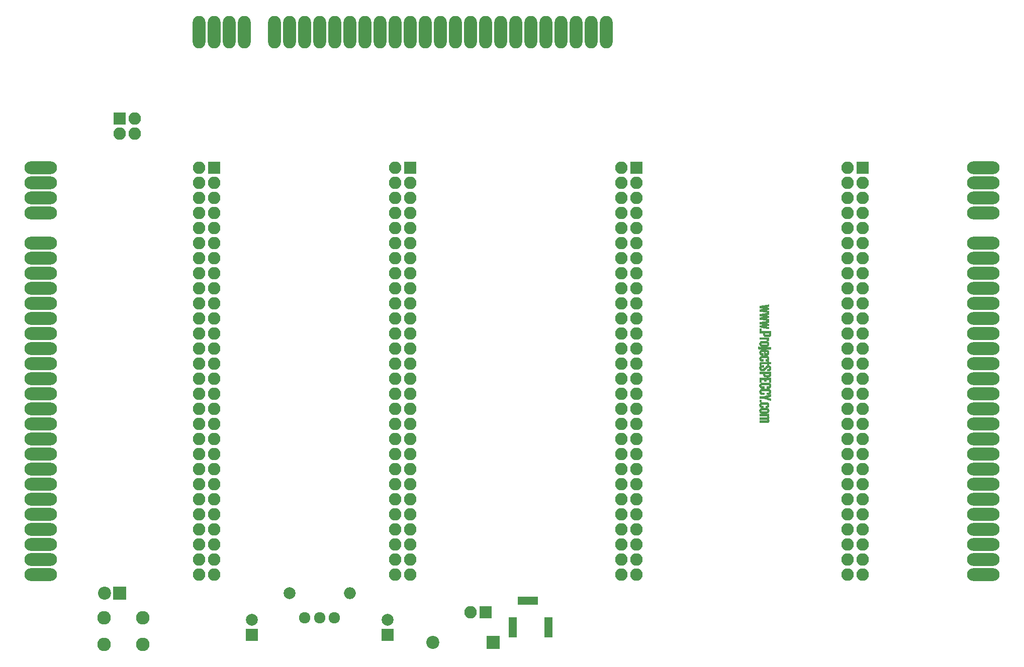
<source format=gts>
G04 #@! TF.FileFunction,Soldermask,Top*
%FSLAX46Y46*%
G04 Gerber Fmt 4.6, Leading zero omitted, Abs format (unit mm)*
G04 Created by KiCad (PCBNEW 4.0.5) date 11/08/17 14:32:28*
%MOMM*%
%LPD*%
G01*
G04 APERTURE LIST*
%ADD10C,0.100000*%
%ADD11C,0.010000*%
%ADD12O,2.178000X5.480000*%
%ADD13R,2.100000X2.100000*%
%ADD14O,2.100000X2.100000*%
%ADD15O,5.480000X2.178000*%
%ADD16C,2.279600*%
%ADD17R,2.000000X2.000000*%
%ADD18C,2.000000*%
%ADD19C,2.200000*%
%ADD20R,2.200000X2.200000*%
%ADD21R,1.400000X3.400000*%
%ADD22R,3.400000X1.400000*%
%ADD23O,2.000000X2.000000*%
%ADD24C,1.924000*%
G04 APERTURE END LIST*
D10*
D11*
G36*
X186580795Y-91541600D02*
X186413050Y-91541548D01*
X186268830Y-91541366D01*
X186146259Y-91541007D01*
X186043462Y-91540428D01*
X185958562Y-91539586D01*
X185889684Y-91538434D01*
X185834953Y-91536930D01*
X185792494Y-91535029D01*
X185760430Y-91532688D01*
X185736887Y-91529860D01*
X185719989Y-91526504D01*
X185707860Y-91522574D01*
X185704149Y-91520939D01*
X185661008Y-91494338D01*
X185628620Y-91458560D01*
X185605185Y-91409709D01*
X185588899Y-91343893D01*
X185577960Y-91257217D01*
X185577012Y-91246325D01*
X185568749Y-91147900D01*
X185799313Y-91147900D01*
X185803332Y-91182825D01*
X185807350Y-91217750D01*
X186610625Y-91221019D01*
X187413900Y-91224289D01*
X187413900Y-91541600D01*
X186580795Y-91541600D01*
X186580795Y-91541600D01*
G37*
X186580795Y-91541600D02*
X186413050Y-91541548D01*
X186268830Y-91541366D01*
X186146259Y-91541007D01*
X186043462Y-91540428D01*
X185958562Y-91539586D01*
X185889684Y-91538434D01*
X185834953Y-91536930D01*
X185792494Y-91535029D01*
X185760430Y-91532688D01*
X185736887Y-91529860D01*
X185719989Y-91526504D01*
X185707860Y-91522574D01*
X185704149Y-91520939D01*
X185661008Y-91494338D01*
X185628620Y-91458560D01*
X185605185Y-91409709D01*
X185588899Y-91343893D01*
X185577960Y-91257217D01*
X185577012Y-91246325D01*
X185568749Y-91147900D01*
X185799313Y-91147900D01*
X185803332Y-91182825D01*
X185807350Y-91217750D01*
X186610625Y-91221019D01*
X187413900Y-91224289D01*
X187413900Y-91541600D01*
X186580795Y-91541600D01*
G36*
X187419917Y-90658950D02*
X187419223Y-90726522D01*
X187416873Y-90775075D01*
X187411943Y-90810976D01*
X187403512Y-90840595D01*
X187390655Y-90870302D01*
X187388702Y-90874314D01*
X187335662Y-90956716D01*
X187265842Y-91020976D01*
X187178272Y-91067788D01*
X187076752Y-91096928D01*
X187038756Y-91101676D01*
X186979243Y-91105144D01*
X186897381Y-91107349D01*
X186792336Y-91108309D01*
X186663276Y-91108040D01*
X186569350Y-91107248D01*
X186452645Y-91105964D01*
X186358381Y-91104672D01*
X186283599Y-91103175D01*
X186225343Y-91101279D01*
X186180655Y-91098789D01*
X186146575Y-91095511D01*
X186120146Y-91091249D01*
X186098410Y-91085810D01*
X186078409Y-91078998D01*
X186065832Y-91074100D01*
X185975187Y-91025730D01*
X185903788Y-90960840D01*
X185851793Y-90879662D01*
X185819357Y-90782431D01*
X185807304Y-90687773D01*
X185806202Y-90630631D01*
X185808062Y-90576084D01*
X185812477Y-90534674D01*
X185813364Y-90530109D01*
X185846421Y-90433646D01*
X185900471Y-90350135D01*
X185973309Y-90282179D01*
X186062734Y-90232382D01*
X186066693Y-90230777D01*
X186086916Y-90223118D01*
X186107227Y-90216932D01*
X186130578Y-90212027D01*
X186159924Y-90208210D01*
X186198219Y-90205288D01*
X186248417Y-90203069D01*
X186313471Y-90201358D01*
X186396336Y-90199964D01*
X186499964Y-90198693D01*
X186569350Y-90197951D01*
X186609799Y-90197662D01*
X186609799Y-90512919D01*
X186493439Y-90513041D01*
X186399678Y-90513482D01*
X186325718Y-90514376D01*
X186268757Y-90515858D01*
X186225997Y-90518060D01*
X186194638Y-90521117D01*
X186171880Y-90525161D01*
X186154924Y-90530327D01*
X186144077Y-90535144D01*
X186098143Y-90570590D01*
X186072550Y-90618776D01*
X186068075Y-90652600D01*
X186073932Y-90688910D01*
X186083939Y-90716100D01*
X186105901Y-90742994D01*
X186138958Y-90767334D01*
X186144077Y-90770055D01*
X186158477Y-90776173D01*
X186176527Y-90781068D01*
X186201026Y-90784872D01*
X186234773Y-90787719D01*
X186280569Y-90789743D01*
X186341213Y-90791077D01*
X186419504Y-90791855D01*
X186518244Y-90792210D01*
X186609799Y-90792280D01*
X186738367Y-90791857D01*
X186847828Y-90790600D01*
X186936880Y-90788549D01*
X187004224Y-90785741D01*
X187048560Y-90782215D01*
X187066999Y-90778754D01*
X187118971Y-90750576D01*
X187149049Y-90712052D01*
X187159789Y-90659708D01*
X187159900Y-90652600D01*
X187151233Y-90598432D01*
X187123524Y-90558487D01*
X187074217Y-90529289D01*
X187066999Y-90526445D01*
X187042839Y-90522350D01*
X186994588Y-90518941D01*
X186923545Y-90516256D01*
X186831010Y-90514334D01*
X186718283Y-90513213D01*
X186609799Y-90512919D01*
X186609799Y-90197662D01*
X186713953Y-90196917D01*
X186834017Y-90197101D01*
X186930375Y-90198521D01*
X187003859Y-90201192D01*
X187055301Y-90205133D01*
X187076752Y-90208271D01*
X187179634Y-90237671D01*
X187263364Y-90282529D01*
X187330033Y-90344378D01*
X187381733Y-90424748D01*
X187386979Y-90435601D01*
X187401392Y-90468621D01*
X187410920Y-90498814D01*
X187416537Y-90532784D01*
X187419216Y-90577138D01*
X187419933Y-90638481D01*
X187419917Y-90658950D01*
X187419917Y-90658950D01*
G37*
X187419917Y-90658950D02*
X187419223Y-90726522D01*
X187416873Y-90775075D01*
X187411943Y-90810976D01*
X187403512Y-90840595D01*
X187390655Y-90870302D01*
X187388702Y-90874314D01*
X187335662Y-90956716D01*
X187265842Y-91020976D01*
X187178272Y-91067788D01*
X187076752Y-91096928D01*
X187038756Y-91101676D01*
X186979243Y-91105144D01*
X186897381Y-91107349D01*
X186792336Y-91108309D01*
X186663276Y-91108040D01*
X186569350Y-91107248D01*
X186452645Y-91105964D01*
X186358381Y-91104672D01*
X186283599Y-91103175D01*
X186225343Y-91101279D01*
X186180655Y-91098789D01*
X186146575Y-91095511D01*
X186120146Y-91091249D01*
X186098410Y-91085810D01*
X186078409Y-91078998D01*
X186065832Y-91074100D01*
X185975187Y-91025730D01*
X185903788Y-90960840D01*
X185851793Y-90879662D01*
X185819357Y-90782431D01*
X185807304Y-90687773D01*
X185806202Y-90630631D01*
X185808062Y-90576084D01*
X185812477Y-90534674D01*
X185813364Y-90530109D01*
X185846421Y-90433646D01*
X185900471Y-90350135D01*
X185973309Y-90282179D01*
X186062734Y-90232382D01*
X186066693Y-90230777D01*
X186086916Y-90223118D01*
X186107227Y-90216932D01*
X186130578Y-90212027D01*
X186159924Y-90208210D01*
X186198219Y-90205288D01*
X186248417Y-90203069D01*
X186313471Y-90201358D01*
X186396336Y-90199964D01*
X186499964Y-90198693D01*
X186569350Y-90197951D01*
X186609799Y-90197662D01*
X186609799Y-90512919D01*
X186493439Y-90513041D01*
X186399678Y-90513482D01*
X186325718Y-90514376D01*
X186268757Y-90515858D01*
X186225997Y-90518060D01*
X186194638Y-90521117D01*
X186171880Y-90525161D01*
X186154924Y-90530327D01*
X186144077Y-90535144D01*
X186098143Y-90570590D01*
X186072550Y-90618776D01*
X186068075Y-90652600D01*
X186073932Y-90688910D01*
X186083939Y-90716100D01*
X186105901Y-90742994D01*
X186138958Y-90767334D01*
X186144077Y-90770055D01*
X186158477Y-90776173D01*
X186176527Y-90781068D01*
X186201026Y-90784872D01*
X186234773Y-90787719D01*
X186280569Y-90789743D01*
X186341213Y-90791077D01*
X186419504Y-90791855D01*
X186518244Y-90792210D01*
X186609799Y-90792280D01*
X186738367Y-90791857D01*
X186847828Y-90790600D01*
X186936880Y-90788549D01*
X187004224Y-90785741D01*
X187048560Y-90782215D01*
X187066999Y-90778754D01*
X187118971Y-90750576D01*
X187149049Y-90712052D01*
X187159789Y-90659708D01*
X187159900Y-90652600D01*
X187151233Y-90598432D01*
X187123524Y-90558487D01*
X187074217Y-90529289D01*
X187066999Y-90526445D01*
X187042839Y-90522350D01*
X186994588Y-90518941D01*
X186923545Y-90516256D01*
X186831010Y-90514334D01*
X186718283Y-90513213D01*
X186609799Y-90512919D01*
X186609799Y-90197662D01*
X186713953Y-90196917D01*
X186834017Y-90197101D01*
X186930375Y-90198521D01*
X187003859Y-90201192D01*
X187055301Y-90205133D01*
X187076752Y-90208271D01*
X187179634Y-90237671D01*
X187263364Y-90282529D01*
X187330033Y-90344378D01*
X187381733Y-90424748D01*
X187386979Y-90435601D01*
X187401392Y-90468621D01*
X187410920Y-90498814D01*
X187416537Y-90532784D01*
X187419216Y-90577138D01*
X187419933Y-90638481D01*
X187419917Y-90658950D01*
G36*
X187417968Y-92214680D02*
X187410465Y-92283921D01*
X187395798Y-92338993D01*
X187372292Y-92385371D01*
X187338271Y-92428525D01*
X187322107Y-92445346D01*
X187278501Y-92483082D01*
X187229390Y-92512902D01*
X187171485Y-92535576D01*
X187101498Y-92551875D01*
X187016139Y-92562566D01*
X186912120Y-92568419D01*
X186788425Y-92570204D01*
X186575700Y-92570300D01*
X186575700Y-91986100D01*
X186378220Y-91986100D01*
X186295364Y-91986736D01*
X186233995Y-91988857D01*
X186190227Y-91992781D01*
X186160175Y-91998829D01*
X186143485Y-92005364D01*
X186102905Y-92038698D01*
X186077282Y-92084720D01*
X186068736Y-92135925D01*
X186079383Y-92184807D01*
X186088410Y-92200515D01*
X186115073Y-92228083D01*
X186152683Y-92247259D01*
X186205164Y-92259111D01*
X186276442Y-92264704D01*
X186327643Y-92265500D01*
X186461400Y-92265500D01*
X186461400Y-92574104D01*
X186293125Y-92566961D01*
X186211250Y-92562375D01*
X186148467Y-92555949D01*
X186098486Y-92546776D01*
X186055017Y-92533947D01*
X186048650Y-92531644D01*
X185973215Y-92492429D01*
X185907029Y-92436431D01*
X185856129Y-92369550D01*
X185833537Y-92321455D01*
X185817147Y-92255285D01*
X185807802Y-92175625D01*
X185805889Y-92092667D01*
X185811796Y-92016606D01*
X185820361Y-91974433D01*
X185856293Y-91882737D01*
X185908935Y-91808246D01*
X185980834Y-91748017D01*
X186048650Y-91710562D01*
X186124850Y-91674950D01*
X186613800Y-91674950D01*
X186738121Y-91674979D01*
X186839773Y-91675167D01*
X186921484Y-91675658D01*
X186931708Y-91675807D01*
X186931708Y-91986100D01*
X186817000Y-91986100D01*
X186817000Y-92265500D01*
X186902725Y-92264946D01*
X186995040Y-92260325D01*
X187064951Y-92247133D01*
X187114302Y-92224360D01*
X187144939Y-92190998D01*
X187158705Y-92146038D01*
X187159900Y-92124256D01*
X187154362Y-92073302D01*
X187136000Y-92035679D01*
X187102198Y-92009802D01*
X187050338Y-91994087D01*
X186977801Y-91986948D01*
X186931708Y-91986100D01*
X186931708Y-91675807D01*
X186985987Y-91676600D01*
X187036011Y-91678138D01*
X187074286Y-91680419D01*
X187103543Y-91683590D01*
X187126512Y-91687796D01*
X187145924Y-91693185D01*
X187164508Y-91699901D01*
X187177767Y-91705182D01*
X187256525Y-91748914D01*
X187326181Y-91810446D01*
X187379733Y-91883182D01*
X187391949Y-91906929D01*
X187404026Y-91936538D01*
X187412089Y-91967311D01*
X187416917Y-92005333D01*
X187419290Y-92056691D01*
X187419985Y-92125800D01*
X187417968Y-92214680D01*
X187417968Y-92214680D01*
G37*
X187417968Y-92214680D02*
X187410465Y-92283921D01*
X187395798Y-92338993D01*
X187372292Y-92385371D01*
X187338271Y-92428525D01*
X187322107Y-92445346D01*
X187278501Y-92483082D01*
X187229390Y-92512902D01*
X187171485Y-92535576D01*
X187101498Y-92551875D01*
X187016139Y-92562566D01*
X186912120Y-92568419D01*
X186788425Y-92570204D01*
X186575700Y-92570300D01*
X186575700Y-91986100D01*
X186378220Y-91986100D01*
X186295364Y-91986736D01*
X186233995Y-91988857D01*
X186190227Y-91992781D01*
X186160175Y-91998829D01*
X186143485Y-92005364D01*
X186102905Y-92038698D01*
X186077282Y-92084720D01*
X186068736Y-92135925D01*
X186079383Y-92184807D01*
X186088410Y-92200515D01*
X186115073Y-92228083D01*
X186152683Y-92247259D01*
X186205164Y-92259111D01*
X186276442Y-92264704D01*
X186327643Y-92265500D01*
X186461400Y-92265500D01*
X186461400Y-92574104D01*
X186293125Y-92566961D01*
X186211250Y-92562375D01*
X186148467Y-92555949D01*
X186098486Y-92546776D01*
X186055017Y-92533947D01*
X186048650Y-92531644D01*
X185973215Y-92492429D01*
X185907029Y-92436431D01*
X185856129Y-92369550D01*
X185833537Y-92321455D01*
X185817147Y-92255285D01*
X185807802Y-92175625D01*
X185805889Y-92092667D01*
X185811796Y-92016606D01*
X185820361Y-91974433D01*
X185856293Y-91882737D01*
X185908935Y-91808246D01*
X185980834Y-91748017D01*
X186048650Y-91710562D01*
X186124850Y-91674950D01*
X186613800Y-91674950D01*
X186738121Y-91674979D01*
X186839773Y-91675167D01*
X186921484Y-91675658D01*
X186931708Y-91675807D01*
X186931708Y-91986100D01*
X186817000Y-91986100D01*
X186817000Y-92265500D01*
X186902725Y-92264946D01*
X186995040Y-92260325D01*
X187064951Y-92247133D01*
X187114302Y-92224360D01*
X187144939Y-92190998D01*
X187158705Y-92146038D01*
X187159900Y-92124256D01*
X187154362Y-92073302D01*
X187136000Y-92035679D01*
X187102198Y-92009802D01*
X187050338Y-91994087D01*
X186977801Y-91986948D01*
X186931708Y-91986100D01*
X186931708Y-91675807D01*
X186985987Y-91676600D01*
X187036011Y-91678138D01*
X187074286Y-91680419D01*
X187103543Y-91683590D01*
X187126512Y-91687796D01*
X187145924Y-91693185D01*
X187164508Y-91699901D01*
X187177767Y-91705182D01*
X187256525Y-91748914D01*
X187326181Y-91810446D01*
X187379733Y-91883182D01*
X187391949Y-91906929D01*
X187404026Y-91936538D01*
X187412089Y-91967311D01*
X187416917Y-92005333D01*
X187419290Y-92056691D01*
X187419985Y-92125800D01*
X187417968Y-92214680D01*
G36*
X187419532Y-93141800D02*
X187417776Y-93224135D01*
X187412150Y-93287052D01*
X187400843Y-93336450D01*
X187382045Y-93378228D01*
X187353944Y-93418284D01*
X187324180Y-93452368D01*
X187274794Y-93497889D01*
X187219962Y-93530732D01*
X187154548Y-93552765D01*
X187073416Y-93565856D01*
X186997975Y-93570979D01*
X186855100Y-93576796D01*
X186855100Y-93268800D01*
X186957331Y-93268800D01*
X187036418Y-93264282D01*
X187093943Y-93250229D01*
X187132180Y-93225887D01*
X187146824Y-93206003D01*
X187157654Y-93167653D01*
X187158736Y-93120314D01*
X187150535Y-93076645D01*
X187141356Y-93057476D01*
X187130180Y-93043216D01*
X187116914Y-93031599D01*
X187099042Y-93022379D01*
X187074050Y-93015314D01*
X187039421Y-93010160D01*
X186992640Y-93006673D01*
X186931193Y-93004609D01*
X186852562Y-93003724D01*
X186754234Y-93003776D01*
X186633693Y-93004520D01*
X186597607Y-93004803D01*
X186144450Y-93008450D01*
X186109250Y-93043663D01*
X186086349Y-93072047D01*
X186076071Y-93103784D01*
X186074050Y-93140755D01*
X186079018Y-93189272D01*
X186095666Y-93225896D01*
X186126617Y-93252023D01*
X186174489Y-93269053D01*
X186241904Y-93278384D01*
X186331481Y-93281417D01*
X186337575Y-93281429D01*
X186461400Y-93281500D01*
X186461400Y-93576424D01*
X186280425Y-93571315D01*
X186206959Y-93568871D01*
X186152986Y-93565723D01*
X186112603Y-93560930D01*
X186079904Y-93553551D01*
X186048985Y-93542645D01*
X186019272Y-93529707D01*
X185937194Y-93480136D01*
X185875075Y-93415589D01*
X185833812Y-93337007D01*
X185832750Y-93333994D01*
X185817028Y-93269284D01*
X185808010Y-93191072D01*
X185806062Y-93109461D01*
X185811550Y-93034555D01*
X185820314Y-92990433D01*
X185859296Y-92894687D01*
X185917138Y-92815511D01*
X185992645Y-92754135D01*
X186084622Y-92711792D01*
X186093076Y-92709136D01*
X186116456Y-92702436D01*
X186139837Y-92697047D01*
X186166103Y-92692854D01*
X186198137Y-92689743D01*
X186238822Y-92687600D01*
X186291042Y-92686310D01*
X186357680Y-92685759D01*
X186441619Y-92685832D01*
X186545743Y-92686416D01*
X186646605Y-92687182D01*
X187115450Y-92690950D01*
X187185880Y-92723984D01*
X187270801Y-92773402D01*
X187335419Y-92833754D01*
X187383822Y-92908880D01*
X187384816Y-92910893D01*
X187399727Y-92942937D01*
X187409716Y-92971226D01*
X187415729Y-93002054D01*
X187418712Y-93041711D01*
X187419611Y-93096491D01*
X187419532Y-93141800D01*
X187419532Y-93141800D01*
G37*
X187419532Y-93141800D02*
X187417776Y-93224135D01*
X187412150Y-93287052D01*
X187400843Y-93336450D01*
X187382045Y-93378228D01*
X187353944Y-93418284D01*
X187324180Y-93452368D01*
X187274794Y-93497889D01*
X187219962Y-93530732D01*
X187154548Y-93552765D01*
X187073416Y-93565856D01*
X186997975Y-93570979D01*
X186855100Y-93576796D01*
X186855100Y-93268800D01*
X186957331Y-93268800D01*
X187036418Y-93264282D01*
X187093943Y-93250229D01*
X187132180Y-93225887D01*
X187146824Y-93206003D01*
X187157654Y-93167653D01*
X187158736Y-93120314D01*
X187150535Y-93076645D01*
X187141356Y-93057476D01*
X187130180Y-93043216D01*
X187116914Y-93031599D01*
X187099042Y-93022379D01*
X187074050Y-93015314D01*
X187039421Y-93010160D01*
X186992640Y-93006673D01*
X186931193Y-93004609D01*
X186852562Y-93003724D01*
X186754234Y-93003776D01*
X186633693Y-93004520D01*
X186597607Y-93004803D01*
X186144450Y-93008450D01*
X186109250Y-93043663D01*
X186086349Y-93072047D01*
X186076071Y-93103784D01*
X186074050Y-93140755D01*
X186079018Y-93189272D01*
X186095666Y-93225896D01*
X186126617Y-93252023D01*
X186174489Y-93269053D01*
X186241904Y-93278384D01*
X186331481Y-93281417D01*
X186337575Y-93281429D01*
X186461400Y-93281500D01*
X186461400Y-93576424D01*
X186280425Y-93571315D01*
X186206959Y-93568871D01*
X186152986Y-93565723D01*
X186112603Y-93560930D01*
X186079904Y-93553551D01*
X186048985Y-93542645D01*
X186019272Y-93529707D01*
X185937194Y-93480136D01*
X185875075Y-93415589D01*
X185833812Y-93337007D01*
X185832750Y-93333994D01*
X185817028Y-93269284D01*
X185808010Y-93191072D01*
X185806062Y-93109461D01*
X185811550Y-93034555D01*
X185820314Y-92990433D01*
X185859296Y-92894687D01*
X185917138Y-92815511D01*
X185992645Y-92754135D01*
X186084622Y-92711792D01*
X186093076Y-92709136D01*
X186116456Y-92702436D01*
X186139837Y-92697047D01*
X186166103Y-92692854D01*
X186198137Y-92689743D01*
X186238822Y-92687600D01*
X186291042Y-92686310D01*
X186357680Y-92685759D01*
X186441619Y-92685832D01*
X186545743Y-92686416D01*
X186646605Y-92687182D01*
X187115450Y-92690950D01*
X187185880Y-92723984D01*
X187270801Y-92773402D01*
X187335419Y-92833754D01*
X187383822Y-92908880D01*
X187384816Y-92910893D01*
X187399727Y-92942937D01*
X187409716Y-92971226D01*
X187415729Y-93002054D01*
X187418712Y-93041711D01*
X187419611Y-93096491D01*
X187419532Y-93141800D01*
G36*
X187722781Y-94905257D02*
X187707625Y-94968068D01*
X187682687Y-95021521D01*
X187646691Y-95070726D01*
X187643006Y-95074961D01*
X187600051Y-95118491D01*
X187555798Y-95150255D01*
X187504997Y-95172167D01*
X187442400Y-95186138D01*
X187362757Y-95194080D01*
X187309125Y-95196595D01*
X187147200Y-95202203D01*
X187147200Y-94907100D01*
X187232925Y-94907029D01*
X187319758Y-94901898D01*
X187384743Y-94885985D01*
X187429486Y-94858264D01*
X187455591Y-94817709D01*
X187464662Y-94763296D01*
X187464700Y-94758890D01*
X187455521Y-94698295D01*
X187427694Y-94654471D01*
X187380782Y-94627049D01*
X187314352Y-94615662D01*
X187294530Y-94615278D01*
X187258131Y-94617783D01*
X187223262Y-94626205D01*
X187187106Y-94642514D01*
X187146843Y-94668683D01*
X187099656Y-94706685D01*
X187042727Y-94758490D01*
X186973237Y-94826072D01*
X186926671Y-94872665D01*
X186836267Y-94962463D01*
X186759554Y-95035096D01*
X186693422Y-95092455D01*
X186634764Y-95136427D01*
X186580473Y-95168901D01*
X186527441Y-95191767D01*
X186472561Y-95206914D01*
X186412725Y-95216230D01*
X186353422Y-95221110D01*
X186221148Y-95221245D01*
X186107755Y-95204495D01*
X186012922Y-95170609D01*
X185936332Y-95119332D01*
X185877666Y-95050411D01*
X185836604Y-94963592D01*
X185812829Y-94858622D01*
X185806713Y-94786450D01*
X185805917Y-94727161D01*
X185807878Y-94670352D01*
X185812177Y-94625975D01*
X185813840Y-94616673D01*
X185844241Y-94525813D01*
X185892872Y-94446643D01*
X185956524Y-94382926D01*
X186031983Y-94338425D01*
X186060030Y-94328257D01*
X186103472Y-94318953D01*
X186167258Y-94310822D01*
X186246342Y-94304408D01*
X186312175Y-94301071D01*
X186499500Y-94293810D01*
X186499500Y-94615000D01*
X186328251Y-94615000D01*
X186259223Y-94615172D01*
X186210676Y-94616233D01*
X186177692Y-94619002D01*
X186155353Y-94624296D01*
X186138739Y-94632934D01*
X186122933Y-94645734D01*
X186118260Y-94649925D01*
X186083564Y-94695814D01*
X186069985Y-94747609D01*
X186077086Y-94799277D01*
X186104433Y-94844786D01*
X186134059Y-94868946D01*
X186175923Y-94884527D01*
X186233209Y-94893157D01*
X186296844Y-94894609D01*
X186357756Y-94888652D01*
X186405160Y-94875788D01*
X186427116Y-94861597D01*
X186463946Y-94832094D01*
X186512594Y-94789962D01*
X186570008Y-94737883D01*
X186633131Y-94678537D01*
X186667221Y-94645675D01*
X186760141Y-94556482D01*
X186839033Y-94484228D01*
X186907141Y-94427232D01*
X186967713Y-94383814D01*
X187023995Y-94352292D01*
X187079232Y-94330984D01*
X187136673Y-94318211D01*
X187199562Y-94312289D01*
X187271146Y-94311540D01*
X187310489Y-94312555D01*
X187400773Y-94318241D01*
X187471482Y-94329691D01*
X187528134Y-94348733D01*
X187576245Y-94377191D01*
X187619147Y-94414693D01*
X187661728Y-94463647D01*
X187692058Y-94515583D01*
X187712116Y-94576204D01*
X187723879Y-94651216D01*
X187728853Y-94731111D01*
X187729432Y-94827975D01*
X187722781Y-94905257D01*
X187722781Y-94905257D01*
G37*
X187722781Y-94905257D02*
X187707625Y-94968068D01*
X187682687Y-95021521D01*
X187646691Y-95070726D01*
X187643006Y-95074961D01*
X187600051Y-95118491D01*
X187555798Y-95150255D01*
X187504997Y-95172167D01*
X187442400Y-95186138D01*
X187362757Y-95194080D01*
X187309125Y-95196595D01*
X187147200Y-95202203D01*
X187147200Y-94907100D01*
X187232925Y-94907029D01*
X187319758Y-94901898D01*
X187384743Y-94885985D01*
X187429486Y-94858264D01*
X187455591Y-94817709D01*
X187464662Y-94763296D01*
X187464700Y-94758890D01*
X187455521Y-94698295D01*
X187427694Y-94654471D01*
X187380782Y-94627049D01*
X187314352Y-94615662D01*
X187294530Y-94615278D01*
X187258131Y-94617783D01*
X187223262Y-94626205D01*
X187187106Y-94642514D01*
X187146843Y-94668683D01*
X187099656Y-94706685D01*
X187042727Y-94758490D01*
X186973237Y-94826072D01*
X186926671Y-94872665D01*
X186836267Y-94962463D01*
X186759554Y-95035096D01*
X186693422Y-95092455D01*
X186634764Y-95136427D01*
X186580473Y-95168901D01*
X186527441Y-95191767D01*
X186472561Y-95206914D01*
X186412725Y-95216230D01*
X186353422Y-95221110D01*
X186221148Y-95221245D01*
X186107755Y-95204495D01*
X186012922Y-95170609D01*
X185936332Y-95119332D01*
X185877666Y-95050411D01*
X185836604Y-94963592D01*
X185812829Y-94858622D01*
X185806713Y-94786450D01*
X185805917Y-94727161D01*
X185807878Y-94670352D01*
X185812177Y-94625975D01*
X185813840Y-94616673D01*
X185844241Y-94525813D01*
X185892872Y-94446643D01*
X185956524Y-94382926D01*
X186031983Y-94338425D01*
X186060030Y-94328257D01*
X186103472Y-94318953D01*
X186167258Y-94310822D01*
X186246342Y-94304408D01*
X186312175Y-94301071D01*
X186499500Y-94293810D01*
X186499500Y-94615000D01*
X186328251Y-94615000D01*
X186259223Y-94615172D01*
X186210676Y-94616233D01*
X186177692Y-94619002D01*
X186155353Y-94624296D01*
X186138739Y-94632934D01*
X186122933Y-94645734D01*
X186118260Y-94649925D01*
X186083564Y-94695814D01*
X186069985Y-94747609D01*
X186077086Y-94799277D01*
X186104433Y-94844786D01*
X186134059Y-94868946D01*
X186175923Y-94884527D01*
X186233209Y-94893157D01*
X186296844Y-94894609D01*
X186357756Y-94888652D01*
X186405160Y-94875788D01*
X186427116Y-94861597D01*
X186463946Y-94832094D01*
X186512594Y-94789962D01*
X186570008Y-94737883D01*
X186633131Y-94678537D01*
X186667221Y-94645675D01*
X186760141Y-94556482D01*
X186839033Y-94484228D01*
X186907141Y-94427232D01*
X186967713Y-94383814D01*
X187023995Y-94352292D01*
X187079232Y-94330984D01*
X187136673Y-94318211D01*
X187199562Y-94312289D01*
X187271146Y-94311540D01*
X187310489Y-94312555D01*
X187400773Y-94318241D01*
X187471482Y-94329691D01*
X187528134Y-94348733D01*
X187576245Y-94377191D01*
X187619147Y-94414693D01*
X187661728Y-94463647D01*
X187692058Y-94515583D01*
X187712116Y-94576204D01*
X187723879Y-94651216D01*
X187728853Y-94731111D01*
X187729432Y-94827975D01*
X187722781Y-94905257D01*
G36*
X187724771Y-97766325D02*
X187723424Y-97817972D01*
X187720243Y-97855157D01*
X187714465Y-97883352D01*
X187705325Y-97908023D01*
X187692057Y-97934640D01*
X187691310Y-97936050D01*
X187650168Y-97999561D01*
X187599729Y-98050093D01*
X187537324Y-98088701D01*
X187460283Y-98116444D01*
X187365939Y-98134379D01*
X187251622Y-98143564D01*
X187163075Y-98145348D01*
X187032900Y-98145600D01*
X187032900Y-97840800D01*
X187188475Y-97840780D01*
X187261071Y-97839932D01*
X187313599Y-97837018D01*
X187351350Y-97831450D01*
X187379613Y-97822641D01*
X187388500Y-97818555D01*
X187430427Y-97785143D01*
X187454438Y-97739782D01*
X187460540Y-97688519D01*
X187448743Y-97637401D01*
X187419053Y-97592476D01*
X187388170Y-97568268D01*
X187376238Y-97561843D01*
X187362724Y-97556546D01*
X187345137Y-97552245D01*
X187320988Y-97548809D01*
X187287783Y-97546105D01*
X187243033Y-97544002D01*
X187184247Y-97542368D01*
X187108932Y-97541070D01*
X187014599Y-97539978D01*
X186898756Y-97538960D01*
X186823350Y-97538370D01*
X186707899Y-97537699D01*
X186597997Y-97537461D01*
X186496780Y-97537633D01*
X186407382Y-97538194D01*
X186332938Y-97539121D01*
X186276582Y-97540392D01*
X186241449Y-97541983D01*
X186235019Y-97542579D01*
X186167688Y-97559615D01*
X186120172Y-97592319D01*
X186091900Y-97641205D01*
X186083878Y-97679038D01*
X186082942Y-97728341D01*
X186094528Y-97764674D01*
X186098815Y-97771762D01*
X186118113Y-97795616D01*
X186142889Y-97813435D01*
X186176823Y-97826032D01*
X186223594Y-97834225D01*
X186286883Y-97838829D01*
X186370369Y-97840661D01*
X186410193Y-97840800D01*
X186613800Y-97840800D01*
X186613800Y-97994865D01*
X186613801Y-98148930D01*
X186375675Y-98142243D01*
X186270617Y-98138359D01*
X186186845Y-98132711D01*
X186120262Y-98124438D01*
X186066771Y-98112684D01*
X186022275Y-98096588D01*
X185982676Y-98075293D01*
X185950786Y-98053199D01*
X185898529Y-98000637D01*
X185854062Y-97928279D01*
X185832969Y-97883158D01*
X185819673Y-97843887D01*
X185811956Y-97800956D01*
X185807600Y-97744857D01*
X185806662Y-97725079D01*
X185806126Y-97645285D01*
X185811417Y-97576796D01*
X185818075Y-97540870D01*
X185854920Y-97442456D01*
X185910533Y-97361034D01*
X185984499Y-97296944D01*
X186076406Y-97250528D01*
X186185840Y-97222127D01*
X186208821Y-97218764D01*
X186247810Y-97215500D01*
X186308055Y-97212752D01*
X186385838Y-97210520D01*
X186477440Y-97208804D01*
X186579144Y-97207606D01*
X186687231Y-97206925D01*
X186797982Y-97206763D01*
X186907681Y-97207120D01*
X187012607Y-97207998D01*
X187109044Y-97209395D01*
X187193273Y-97211314D01*
X187261575Y-97213755D01*
X187310232Y-97216719D01*
X187327187Y-97218559D01*
X187441921Y-97244191D01*
X187537201Y-97285446D01*
X187614136Y-97343035D01*
X187673831Y-97417667D01*
X187693626Y-97453450D01*
X187706278Y-97480946D01*
X187715004Y-97507084D01*
X187720524Y-97537393D01*
X187723557Y-97577401D01*
X187724824Y-97632639D01*
X187725050Y-97694750D01*
X187724771Y-97766325D01*
X187724771Y-97766325D01*
G37*
X187724771Y-97766325D02*
X187723424Y-97817972D01*
X187720243Y-97855157D01*
X187714465Y-97883352D01*
X187705325Y-97908023D01*
X187692057Y-97934640D01*
X187691310Y-97936050D01*
X187650168Y-97999561D01*
X187599729Y-98050093D01*
X187537324Y-98088701D01*
X187460283Y-98116444D01*
X187365939Y-98134379D01*
X187251622Y-98143564D01*
X187163075Y-98145348D01*
X187032900Y-98145600D01*
X187032900Y-97840800D01*
X187188475Y-97840780D01*
X187261071Y-97839932D01*
X187313599Y-97837018D01*
X187351350Y-97831450D01*
X187379613Y-97822641D01*
X187388500Y-97818555D01*
X187430427Y-97785143D01*
X187454438Y-97739782D01*
X187460540Y-97688519D01*
X187448743Y-97637401D01*
X187419053Y-97592476D01*
X187388170Y-97568268D01*
X187376238Y-97561843D01*
X187362724Y-97556546D01*
X187345137Y-97552245D01*
X187320988Y-97548809D01*
X187287783Y-97546105D01*
X187243033Y-97544002D01*
X187184247Y-97542368D01*
X187108932Y-97541070D01*
X187014599Y-97539978D01*
X186898756Y-97538960D01*
X186823350Y-97538370D01*
X186707899Y-97537699D01*
X186597997Y-97537461D01*
X186496780Y-97537633D01*
X186407382Y-97538194D01*
X186332938Y-97539121D01*
X186276582Y-97540392D01*
X186241449Y-97541983D01*
X186235019Y-97542579D01*
X186167688Y-97559615D01*
X186120172Y-97592319D01*
X186091900Y-97641205D01*
X186083878Y-97679038D01*
X186082942Y-97728341D01*
X186094528Y-97764674D01*
X186098815Y-97771762D01*
X186118113Y-97795616D01*
X186142889Y-97813435D01*
X186176823Y-97826032D01*
X186223594Y-97834225D01*
X186286883Y-97838829D01*
X186370369Y-97840661D01*
X186410193Y-97840800D01*
X186613800Y-97840800D01*
X186613800Y-97994865D01*
X186613801Y-98148930D01*
X186375675Y-98142243D01*
X186270617Y-98138359D01*
X186186845Y-98132711D01*
X186120262Y-98124438D01*
X186066771Y-98112684D01*
X186022275Y-98096588D01*
X185982676Y-98075293D01*
X185950786Y-98053199D01*
X185898529Y-98000637D01*
X185854062Y-97928279D01*
X185832969Y-97883158D01*
X185819673Y-97843887D01*
X185811956Y-97800956D01*
X185807600Y-97744857D01*
X185806662Y-97725079D01*
X185806126Y-97645285D01*
X185811417Y-97576796D01*
X185818075Y-97540870D01*
X185854920Y-97442456D01*
X185910533Y-97361034D01*
X185984499Y-97296944D01*
X186076406Y-97250528D01*
X186185840Y-97222127D01*
X186208821Y-97218764D01*
X186247810Y-97215500D01*
X186308055Y-97212752D01*
X186385838Y-97210520D01*
X186477440Y-97208804D01*
X186579144Y-97207606D01*
X186687231Y-97206925D01*
X186797982Y-97206763D01*
X186907681Y-97207120D01*
X187012607Y-97207998D01*
X187109044Y-97209395D01*
X187193273Y-97211314D01*
X187261575Y-97213755D01*
X187310232Y-97216719D01*
X187327187Y-97218559D01*
X187441921Y-97244191D01*
X187537201Y-97285446D01*
X187614136Y-97343035D01*
X187673831Y-97417667D01*
X187693626Y-97453450D01*
X187706278Y-97480946D01*
X187715004Y-97507084D01*
X187720524Y-97537393D01*
X187723557Y-97577401D01*
X187724824Y-97632639D01*
X187725050Y-97694750D01*
X187724771Y-97766325D01*
G36*
X187721400Y-98885764D02*
X187703464Y-98953767D01*
X187674728Y-99013340D01*
X187665884Y-99027309D01*
X187621766Y-99080693D01*
X187566655Y-99122099D01*
X187497812Y-99152467D01*
X187412497Y-99172738D01*
X187307971Y-99183851D01*
X187201175Y-99186801D01*
X187032900Y-99187000D01*
X187032900Y-98884119D01*
X187210448Y-98879984D01*
X187280923Y-98878175D01*
X187330723Y-98876001D01*
X187364566Y-98872591D01*
X187387172Y-98867070D01*
X187403260Y-98858567D01*
X187417549Y-98846209D01*
X187423173Y-98840636D01*
X187445816Y-98812708D01*
X187456143Y-98781615D01*
X187458350Y-98742455D01*
X187455681Y-98700065D01*
X187444352Y-98670269D01*
X187419383Y-98640527D01*
X187416841Y-98637969D01*
X187375331Y-98596450D01*
X186800891Y-98592568D01*
X186641052Y-98591779D01*
X186505910Y-98591748D01*
X186394772Y-98592487D01*
X186306947Y-98594008D01*
X186241743Y-98596322D01*
X186198466Y-98599440D01*
X186178218Y-98602785D01*
X186131228Y-98628047D01*
X186099036Y-98668137D01*
X186082454Y-98716968D01*
X186082294Y-98768449D01*
X186099368Y-98816495D01*
X186134489Y-98855015D01*
X186143767Y-98861051D01*
X186161401Y-98869072D01*
X186185637Y-98874844D01*
X186220494Y-98878704D01*
X186269993Y-98880986D01*
X186338152Y-98882028D01*
X186396685Y-98882200D01*
X186613800Y-98882200D01*
X186613800Y-99189296D01*
X186362975Y-99183953D01*
X186260745Y-99181108D01*
X186179830Y-99176773D01*
X186116149Y-99169946D01*
X186065622Y-99159625D01*
X186024170Y-99144809D01*
X185987711Y-99124494D01*
X185952165Y-99097681D01*
X185928786Y-99077344D01*
X185876664Y-99019510D01*
X185840149Y-98951852D01*
X185817491Y-98869929D01*
X185806940Y-98769300D01*
X185806877Y-98767900D01*
X185806027Y-98709702D01*
X185808120Y-98653709D01*
X185812707Y-98610463D01*
X185813842Y-98604473D01*
X185846660Y-98505686D01*
X185899539Y-98422044D01*
X185971478Y-98354495D01*
X186061476Y-98303987D01*
X186164683Y-98272255D01*
X186196520Y-98268625D01*
X186253060Y-98265746D01*
X186333618Y-98263629D01*
X186437508Y-98262283D01*
X186564043Y-98261719D01*
X186712538Y-98261948D01*
X186812383Y-98262474D01*
X186949207Y-98263388D01*
X187063072Y-98264278D01*
X187156418Y-98265268D01*
X187231686Y-98266481D01*
X187291315Y-98268040D01*
X187337747Y-98270068D01*
X187373421Y-98272687D01*
X187400778Y-98276022D01*
X187422258Y-98280195D01*
X187440301Y-98285330D01*
X187457349Y-98291549D01*
X187467261Y-98295507D01*
X187545519Y-98337481D01*
X187615301Y-98394521D01*
X187670158Y-98460697D01*
X187693974Y-98504001D01*
X187709525Y-98546144D01*
X187719816Y-98593075D01*
X187726197Y-98652483D01*
X187728971Y-98703450D01*
X187729562Y-98804077D01*
X187721400Y-98885764D01*
X187721400Y-98885764D01*
G37*
X187721400Y-98885764D02*
X187703464Y-98953767D01*
X187674728Y-99013340D01*
X187665884Y-99027309D01*
X187621766Y-99080693D01*
X187566655Y-99122099D01*
X187497812Y-99152467D01*
X187412497Y-99172738D01*
X187307971Y-99183851D01*
X187201175Y-99186801D01*
X187032900Y-99187000D01*
X187032900Y-98884119D01*
X187210448Y-98879984D01*
X187280923Y-98878175D01*
X187330723Y-98876001D01*
X187364566Y-98872591D01*
X187387172Y-98867070D01*
X187403260Y-98858567D01*
X187417549Y-98846209D01*
X187423173Y-98840636D01*
X187445816Y-98812708D01*
X187456143Y-98781615D01*
X187458350Y-98742455D01*
X187455681Y-98700065D01*
X187444352Y-98670269D01*
X187419383Y-98640527D01*
X187416841Y-98637969D01*
X187375331Y-98596450D01*
X186800891Y-98592568D01*
X186641052Y-98591779D01*
X186505910Y-98591748D01*
X186394772Y-98592487D01*
X186306947Y-98594008D01*
X186241743Y-98596322D01*
X186198466Y-98599440D01*
X186178218Y-98602785D01*
X186131228Y-98628047D01*
X186099036Y-98668137D01*
X186082454Y-98716968D01*
X186082294Y-98768449D01*
X186099368Y-98816495D01*
X186134489Y-98855015D01*
X186143767Y-98861051D01*
X186161401Y-98869072D01*
X186185637Y-98874844D01*
X186220494Y-98878704D01*
X186269993Y-98880986D01*
X186338152Y-98882028D01*
X186396685Y-98882200D01*
X186613800Y-98882200D01*
X186613800Y-99189296D01*
X186362975Y-99183953D01*
X186260745Y-99181108D01*
X186179830Y-99176773D01*
X186116149Y-99169946D01*
X186065622Y-99159625D01*
X186024170Y-99144809D01*
X185987711Y-99124494D01*
X185952165Y-99097681D01*
X185928786Y-99077344D01*
X185876664Y-99019510D01*
X185840149Y-98951852D01*
X185817491Y-98869929D01*
X185806940Y-98769300D01*
X185806877Y-98767900D01*
X185806027Y-98709702D01*
X185808120Y-98653709D01*
X185812707Y-98610463D01*
X185813842Y-98604473D01*
X185846660Y-98505686D01*
X185899539Y-98422044D01*
X185971478Y-98354495D01*
X186061476Y-98303987D01*
X186164683Y-98272255D01*
X186196520Y-98268625D01*
X186253060Y-98265746D01*
X186333618Y-98263629D01*
X186437508Y-98262283D01*
X186564043Y-98261719D01*
X186712538Y-98261948D01*
X186812383Y-98262474D01*
X186949207Y-98263388D01*
X187063072Y-98264278D01*
X187156418Y-98265268D01*
X187231686Y-98266481D01*
X187291315Y-98268040D01*
X187337747Y-98270068D01*
X187373421Y-98272687D01*
X187400778Y-98276022D01*
X187422258Y-98280195D01*
X187440301Y-98285330D01*
X187457349Y-98291549D01*
X187467261Y-98295507D01*
X187545519Y-98337481D01*
X187615301Y-98394521D01*
X187670158Y-98460697D01*
X187693974Y-98504001D01*
X187709525Y-98546144D01*
X187719816Y-98593075D01*
X187726197Y-98652483D01*
X187728971Y-98703450D01*
X187729562Y-98804077D01*
X187721400Y-98885764D01*
G36*
X187419702Y-101032656D02*
X187417996Y-101081228D01*
X187413878Y-101117025D01*
X187406385Y-101146358D01*
X187394553Y-101175535D01*
X187384653Y-101196240D01*
X187341816Y-101264424D01*
X187286335Y-101317647D01*
X187215630Y-101357249D01*
X187127119Y-101384571D01*
X187018221Y-101400954D01*
X186985275Y-101403655D01*
X186855100Y-101412772D01*
X186855100Y-101094451D01*
X186974751Y-101090050D01*
X187032639Y-101087227D01*
X187071408Y-101082906D01*
X187097337Y-101075636D01*
X187116708Y-101063968D01*
X187127151Y-101054861D01*
X187149161Y-101027713D01*
X187158567Y-100994499D01*
X187159900Y-100965180D01*
X187149917Y-100906517D01*
X187119792Y-100863268D01*
X187075304Y-100837221D01*
X187055360Y-100834359D01*
X187013238Y-100831745D01*
X186952161Y-100829463D01*
X186875351Y-100827597D01*
X186786031Y-100826233D01*
X186687422Y-100825453D01*
X186618916Y-100825300D01*
X186497235Y-100825507D01*
X186398439Y-100826195D01*
X186320015Y-100827459D01*
X186259450Y-100829396D01*
X186214232Y-100832105D01*
X186181847Y-100835680D01*
X186159784Y-100840219D01*
X186150686Y-100843349D01*
X186108484Y-100872927D01*
X186080295Y-100916322D01*
X186068488Y-100966214D01*
X186075434Y-101015284D01*
X186087521Y-101038446D01*
X186111841Y-101065867D01*
X186142977Y-101084890D01*
X186185557Y-101096827D01*
X186244209Y-101102993D01*
X186321070Y-101104700D01*
X186461400Y-101104700D01*
X186461400Y-101409500D01*
X186375675Y-101409403D01*
X186280455Y-101406095D01*
X186187968Y-101397024D01*
X186104854Y-101383148D01*
X186037749Y-101365428D01*
X186017064Y-101357559D01*
X185950082Y-101316676D01*
X185890668Y-101257942D01*
X185845790Y-101188900D01*
X185832713Y-101157970D01*
X185819458Y-101104106D01*
X185810369Y-101035167D01*
X185806067Y-100961228D01*
X185807175Y-100892364D01*
X185813287Y-100843165D01*
X185845972Y-100743901D01*
X185897737Y-100661274D01*
X185968007Y-100595835D01*
X186056203Y-100548135D01*
X186150674Y-100520780D01*
X186189011Y-100516048D01*
X186249478Y-100512570D01*
X186332777Y-100510333D01*
X186439608Y-100509322D01*
X186570675Y-100509523D01*
X186664600Y-100510251D01*
X186782101Y-100511451D01*
X186877134Y-100512660D01*
X186952633Y-100514072D01*
X187011530Y-100515877D01*
X187056757Y-100518268D01*
X187091248Y-100521436D01*
X187117934Y-100525574D01*
X187139747Y-100530874D01*
X187159622Y-100537526D01*
X187175407Y-100543675D01*
X187255668Y-100588452D01*
X187326478Y-100652107D01*
X187381000Y-100728254D01*
X187388535Y-100742750D01*
X187401822Y-100772305D01*
X187410731Y-100800756D01*
X187416132Y-100834244D01*
X187418891Y-100878908D01*
X187419877Y-100940889D01*
X187419960Y-100965000D01*
X187419702Y-101032656D01*
X187419702Y-101032656D01*
G37*
X187419702Y-101032656D02*
X187417996Y-101081228D01*
X187413878Y-101117025D01*
X187406385Y-101146358D01*
X187394553Y-101175535D01*
X187384653Y-101196240D01*
X187341816Y-101264424D01*
X187286335Y-101317647D01*
X187215630Y-101357249D01*
X187127119Y-101384571D01*
X187018221Y-101400954D01*
X186985275Y-101403655D01*
X186855100Y-101412772D01*
X186855100Y-101094451D01*
X186974751Y-101090050D01*
X187032639Y-101087227D01*
X187071408Y-101082906D01*
X187097337Y-101075636D01*
X187116708Y-101063968D01*
X187127151Y-101054861D01*
X187149161Y-101027713D01*
X187158567Y-100994499D01*
X187159900Y-100965180D01*
X187149917Y-100906517D01*
X187119792Y-100863268D01*
X187075304Y-100837221D01*
X187055360Y-100834359D01*
X187013238Y-100831745D01*
X186952161Y-100829463D01*
X186875351Y-100827597D01*
X186786031Y-100826233D01*
X186687422Y-100825453D01*
X186618916Y-100825300D01*
X186497235Y-100825507D01*
X186398439Y-100826195D01*
X186320015Y-100827459D01*
X186259450Y-100829396D01*
X186214232Y-100832105D01*
X186181847Y-100835680D01*
X186159784Y-100840219D01*
X186150686Y-100843349D01*
X186108484Y-100872927D01*
X186080295Y-100916322D01*
X186068488Y-100966214D01*
X186075434Y-101015284D01*
X186087521Y-101038446D01*
X186111841Y-101065867D01*
X186142977Y-101084890D01*
X186185557Y-101096827D01*
X186244209Y-101102993D01*
X186321070Y-101104700D01*
X186461400Y-101104700D01*
X186461400Y-101409500D01*
X186375675Y-101409403D01*
X186280455Y-101406095D01*
X186187968Y-101397024D01*
X186104854Y-101383148D01*
X186037749Y-101365428D01*
X186017064Y-101357559D01*
X185950082Y-101316676D01*
X185890668Y-101257942D01*
X185845790Y-101188900D01*
X185832713Y-101157970D01*
X185819458Y-101104106D01*
X185810369Y-101035167D01*
X185806067Y-100961228D01*
X185807175Y-100892364D01*
X185813287Y-100843165D01*
X185845972Y-100743901D01*
X185897737Y-100661274D01*
X185968007Y-100595835D01*
X186056203Y-100548135D01*
X186150674Y-100520780D01*
X186189011Y-100516048D01*
X186249478Y-100512570D01*
X186332777Y-100510333D01*
X186439608Y-100509322D01*
X186570675Y-100509523D01*
X186664600Y-100510251D01*
X186782101Y-100511451D01*
X186877134Y-100512660D01*
X186952633Y-100514072D01*
X187011530Y-100515877D01*
X187056757Y-100518268D01*
X187091248Y-100521436D01*
X187117934Y-100525574D01*
X187139747Y-100530874D01*
X187159622Y-100537526D01*
X187175407Y-100543675D01*
X187255668Y-100588452D01*
X187326478Y-100652107D01*
X187381000Y-100728254D01*
X187388535Y-100742750D01*
X187401822Y-100772305D01*
X187410731Y-100800756D01*
X187416132Y-100834244D01*
X187418891Y-100878908D01*
X187419877Y-100940889D01*
X187419960Y-100965000D01*
X187419702Y-101032656D01*
G36*
X187409381Y-102060281D02*
X187375704Y-102155620D01*
X187323307Y-102233828D01*
X187252269Y-102294810D01*
X187162672Y-102338471D01*
X187077682Y-102360863D01*
X187036106Y-102365860D01*
X186974083Y-102369784D01*
X186895729Y-102372660D01*
X186805161Y-102374515D01*
X186706497Y-102375374D01*
X186603852Y-102375264D01*
X186501344Y-102374209D01*
X186403089Y-102372237D01*
X186313204Y-102369373D01*
X186235807Y-102365644D01*
X186175013Y-102361073D01*
X186134939Y-102355689D01*
X186131372Y-102354909D01*
X186029503Y-102320428D01*
X185946898Y-102269460D01*
X185883430Y-102201847D01*
X185838972Y-102117431D01*
X185813396Y-102016054D01*
X185807343Y-101953232D01*
X185806207Y-101896118D01*
X185807994Y-101841744D01*
X185812313Y-101800528D01*
X185813252Y-101795665D01*
X185846142Y-101696602D01*
X185898431Y-101613733D01*
X185969291Y-101547894D01*
X186057890Y-101499920D01*
X186129328Y-101477578D01*
X186167512Y-101471908D01*
X186226751Y-101467282D01*
X186303041Y-101463691D01*
X186392381Y-101461126D01*
X186490770Y-101459575D01*
X186594205Y-101459031D01*
X186616149Y-101459125D01*
X186616149Y-101777819D01*
X186498869Y-101777938D01*
X186404214Y-101778368D01*
X186329409Y-101779242D01*
X186271679Y-101780688D01*
X186228248Y-101782839D01*
X186196342Y-101785824D01*
X186173186Y-101789775D01*
X186156005Y-101794821D01*
X186144077Y-101800044D01*
X186110226Y-101823065D01*
X186085362Y-101850343D01*
X186083255Y-101854000D01*
X186072497Y-101895699D01*
X186074654Y-101944884D01*
X186088372Y-101989360D01*
X186100278Y-102007314D01*
X186127531Y-102027276D01*
X186164417Y-102043299D01*
X186168029Y-102044357D01*
X186194104Y-102048018D01*
X186241214Y-102051062D01*
X186305568Y-102053490D01*
X186383375Y-102055307D01*
X186470846Y-102056516D01*
X186564189Y-102057118D01*
X186659614Y-102057118D01*
X186753330Y-102056518D01*
X186841546Y-102055322D01*
X186920474Y-102053531D01*
X186986320Y-102051150D01*
X187035296Y-102048181D01*
X187063610Y-102044626D01*
X187066999Y-102043654D01*
X187118997Y-102015445D01*
X187149087Y-101976878D01*
X187159797Y-101924522D01*
X187159900Y-101917680D01*
X187149917Y-101859017D01*
X187119792Y-101815768D01*
X187075304Y-101789721D01*
X187055367Y-101786864D01*
X187013232Y-101784256D01*
X186952098Y-101781980D01*
X186875167Y-101780120D01*
X186785640Y-101778757D01*
X186686716Y-101777976D01*
X186616149Y-101777819D01*
X186616149Y-101459125D01*
X186698686Y-101459482D01*
X186800209Y-101460920D01*
X186894774Y-101463334D01*
X186978377Y-101466714D01*
X187047019Y-101471052D01*
X187096696Y-101476336D01*
X187115832Y-101479982D01*
X187214762Y-101516735D01*
X187294826Y-101570446D01*
X187355908Y-101640939D01*
X187397890Y-101728038D01*
X187420658Y-101831566D01*
X187424257Y-101947909D01*
X187409381Y-102060281D01*
X187409381Y-102060281D01*
G37*
X187409381Y-102060281D02*
X187375704Y-102155620D01*
X187323307Y-102233828D01*
X187252269Y-102294810D01*
X187162672Y-102338471D01*
X187077682Y-102360863D01*
X187036106Y-102365860D01*
X186974083Y-102369784D01*
X186895729Y-102372660D01*
X186805161Y-102374515D01*
X186706497Y-102375374D01*
X186603852Y-102375264D01*
X186501344Y-102374209D01*
X186403089Y-102372237D01*
X186313204Y-102369373D01*
X186235807Y-102365644D01*
X186175013Y-102361073D01*
X186134939Y-102355689D01*
X186131372Y-102354909D01*
X186029503Y-102320428D01*
X185946898Y-102269460D01*
X185883430Y-102201847D01*
X185838972Y-102117431D01*
X185813396Y-102016054D01*
X185807343Y-101953232D01*
X185806207Y-101896118D01*
X185807994Y-101841744D01*
X185812313Y-101800528D01*
X185813252Y-101795665D01*
X185846142Y-101696602D01*
X185898431Y-101613733D01*
X185969291Y-101547894D01*
X186057890Y-101499920D01*
X186129328Y-101477578D01*
X186167512Y-101471908D01*
X186226751Y-101467282D01*
X186303041Y-101463691D01*
X186392381Y-101461126D01*
X186490770Y-101459575D01*
X186594205Y-101459031D01*
X186616149Y-101459125D01*
X186616149Y-101777819D01*
X186498869Y-101777938D01*
X186404214Y-101778368D01*
X186329409Y-101779242D01*
X186271679Y-101780688D01*
X186228248Y-101782839D01*
X186196342Y-101785824D01*
X186173186Y-101789775D01*
X186156005Y-101794821D01*
X186144077Y-101800044D01*
X186110226Y-101823065D01*
X186085362Y-101850343D01*
X186083255Y-101854000D01*
X186072497Y-101895699D01*
X186074654Y-101944884D01*
X186088372Y-101989360D01*
X186100278Y-102007314D01*
X186127531Y-102027276D01*
X186164417Y-102043299D01*
X186168029Y-102044357D01*
X186194104Y-102048018D01*
X186241214Y-102051062D01*
X186305568Y-102053490D01*
X186383375Y-102055307D01*
X186470846Y-102056516D01*
X186564189Y-102057118D01*
X186659614Y-102057118D01*
X186753330Y-102056518D01*
X186841546Y-102055322D01*
X186920474Y-102053531D01*
X186986320Y-102051150D01*
X187035296Y-102048181D01*
X187063610Y-102044626D01*
X187066999Y-102043654D01*
X187118997Y-102015445D01*
X187149087Y-101976878D01*
X187159797Y-101924522D01*
X187159900Y-101917680D01*
X187149917Y-101859017D01*
X187119792Y-101815768D01*
X187075304Y-101789721D01*
X187055367Y-101786864D01*
X187013232Y-101784256D01*
X186952098Y-101781980D01*
X186875167Y-101780120D01*
X186785640Y-101778757D01*
X186686716Y-101777976D01*
X186616149Y-101777819D01*
X186616149Y-101459125D01*
X186698686Y-101459482D01*
X186800209Y-101460920D01*
X186894774Y-101463334D01*
X186978377Y-101466714D01*
X187047019Y-101471052D01*
X187096696Y-101476336D01*
X187115832Y-101479982D01*
X187214762Y-101516735D01*
X187294826Y-101570446D01*
X187355908Y-101640939D01*
X187397890Y-101728038D01*
X187420658Y-101831566D01*
X187424257Y-101947909D01*
X187409381Y-102060281D01*
G36*
X187413735Y-84273128D02*
X187412742Y-84317668D01*
X187410173Y-84345128D01*
X187405284Y-84359668D01*
X187397328Y-84365450D01*
X187385559Y-84366632D01*
X187385325Y-84366637D01*
X187366151Y-84368184D01*
X187324949Y-84372324D01*
X187264923Y-84378710D01*
X187189275Y-84386991D01*
X187101207Y-84396819D01*
X187003921Y-84407845D01*
X186937650Y-84415443D01*
X186817247Y-84429580D01*
X186721076Y-84441493D01*
X186648082Y-84451342D01*
X186597209Y-84459290D01*
X186567403Y-84465498D01*
X186557609Y-84470126D01*
X186563000Y-84472707D01*
X186586272Y-84476970D01*
X186631178Y-84484793D01*
X186694295Y-84495595D01*
X186772198Y-84508794D01*
X186861461Y-84523807D01*
X186958661Y-84540055D01*
X187007500Y-84548183D01*
X187407550Y-84614664D01*
X187411197Y-84731321D01*
X187412589Y-84786244D01*
X187411890Y-84820904D01*
X187408045Y-84840417D01*
X187400001Y-84849898D01*
X187386705Y-84854464D01*
X187385797Y-84854675D01*
X187366286Y-84858404D01*
X187325077Y-84865728D01*
X187265530Y-84876070D01*
X187191002Y-84888851D01*
X187104852Y-84903494D01*
X187010437Y-84919420D01*
X186975750Y-84925243D01*
X186878675Y-84941575D01*
X186788192Y-84956910D01*
X186707760Y-84970651D01*
X186640841Y-84982205D01*
X186590893Y-84990975D01*
X186561378Y-84996367D01*
X186556650Y-84997317D01*
X186557939Y-85000868D01*
X186583348Y-85006606D01*
X186631709Y-85014364D01*
X186701853Y-85023975D01*
X186792609Y-85035272D01*
X186902807Y-85048089D01*
X186950350Y-85053414D01*
X187052754Y-85064742D01*
X187147405Y-85075155D01*
X187231271Y-85084323D01*
X187301320Y-85091918D01*
X187354519Y-85097609D01*
X187387836Y-85101069D01*
X187398025Y-85102004D01*
X187405515Y-85109875D01*
X187410441Y-85134623D01*
X187413127Y-85179120D01*
X187413900Y-85242400D01*
X187413609Y-85303537D01*
X187412200Y-85343667D01*
X187408877Y-85367181D01*
X187402840Y-85378471D01*
X187393289Y-85381927D01*
X187388485Y-85382100D01*
X187371653Y-85380256D01*
X187331961Y-85374945D01*
X187271665Y-85366493D01*
X187193020Y-85355228D01*
X187098281Y-85341476D01*
X186989704Y-85325566D01*
X186869543Y-85307825D01*
X186740055Y-85288580D01*
X186603493Y-85268158D01*
X186601101Y-85267800D01*
X186465107Y-85247415D01*
X186336678Y-85228194D01*
X186217996Y-85210461D01*
X186111245Y-85194541D01*
X186018606Y-85180759D01*
X185942263Y-85169440D01*
X185884399Y-85160907D01*
X185847196Y-85155487D01*
X185832836Y-85153503D01*
X185832766Y-85153500D01*
X185830246Y-85141641D01*
X185828198Y-85109426D01*
X185826843Y-85061898D01*
X185826400Y-85009145D01*
X185826400Y-84864791D01*
X185994675Y-84838482D01*
X186060831Y-84828200D01*
X186144927Y-84815221D01*
X186239788Y-84800647D01*
X186338240Y-84785581D01*
X186433108Y-84771125D01*
X186439175Y-84770203D01*
X186519451Y-84757700D01*
X186590554Y-84746043D01*
X186648895Y-84735868D01*
X186690886Y-84727812D01*
X186712938Y-84722510D01*
X186715400Y-84721198D01*
X186703338Y-84717547D01*
X186669030Y-84710292D01*
X186615292Y-84699951D01*
X186544942Y-84687042D01*
X186460797Y-84672083D01*
X186365674Y-84655590D01*
X186270900Y-84639511D01*
X185826400Y-84564858D01*
X185826400Y-84421029D01*
X185827238Y-84364003D01*
X185829514Y-84317672D01*
X185832870Y-84287088D01*
X185836564Y-84277200D01*
X185850618Y-84275343D01*
X185887572Y-84269994D01*
X185945218Y-84261484D01*
X186021345Y-84250144D01*
X186113743Y-84236304D01*
X186220202Y-84220296D01*
X186338514Y-84202451D01*
X186466468Y-84183099D01*
X186599694Y-84162900D01*
X186735707Y-84142329D01*
X186864831Y-84122946D01*
X186984776Y-84105087D01*
X187093253Y-84089084D01*
X187187973Y-84075271D01*
X187266647Y-84063983D01*
X187326985Y-84055552D01*
X187366698Y-84050315D01*
X187383280Y-84048600D01*
X187413900Y-84048600D01*
X187413900Y-84207350D01*
X187413735Y-84273128D01*
X187413735Y-84273128D01*
G37*
X187413735Y-84273128D02*
X187412742Y-84317668D01*
X187410173Y-84345128D01*
X187405284Y-84359668D01*
X187397328Y-84365450D01*
X187385559Y-84366632D01*
X187385325Y-84366637D01*
X187366151Y-84368184D01*
X187324949Y-84372324D01*
X187264923Y-84378710D01*
X187189275Y-84386991D01*
X187101207Y-84396819D01*
X187003921Y-84407845D01*
X186937650Y-84415443D01*
X186817247Y-84429580D01*
X186721076Y-84441493D01*
X186648082Y-84451342D01*
X186597209Y-84459290D01*
X186567403Y-84465498D01*
X186557609Y-84470126D01*
X186563000Y-84472707D01*
X186586272Y-84476970D01*
X186631178Y-84484793D01*
X186694295Y-84495595D01*
X186772198Y-84508794D01*
X186861461Y-84523807D01*
X186958661Y-84540055D01*
X187007500Y-84548183D01*
X187407550Y-84614664D01*
X187411197Y-84731321D01*
X187412589Y-84786244D01*
X187411890Y-84820904D01*
X187408045Y-84840417D01*
X187400001Y-84849898D01*
X187386705Y-84854464D01*
X187385797Y-84854675D01*
X187366286Y-84858404D01*
X187325077Y-84865728D01*
X187265530Y-84876070D01*
X187191002Y-84888851D01*
X187104852Y-84903494D01*
X187010437Y-84919420D01*
X186975750Y-84925243D01*
X186878675Y-84941575D01*
X186788192Y-84956910D01*
X186707760Y-84970651D01*
X186640841Y-84982205D01*
X186590893Y-84990975D01*
X186561378Y-84996367D01*
X186556650Y-84997317D01*
X186557939Y-85000868D01*
X186583348Y-85006606D01*
X186631709Y-85014364D01*
X186701853Y-85023975D01*
X186792609Y-85035272D01*
X186902807Y-85048089D01*
X186950350Y-85053414D01*
X187052754Y-85064742D01*
X187147405Y-85075155D01*
X187231271Y-85084323D01*
X187301320Y-85091918D01*
X187354519Y-85097609D01*
X187387836Y-85101069D01*
X187398025Y-85102004D01*
X187405515Y-85109875D01*
X187410441Y-85134623D01*
X187413127Y-85179120D01*
X187413900Y-85242400D01*
X187413609Y-85303537D01*
X187412200Y-85343667D01*
X187408877Y-85367181D01*
X187402840Y-85378471D01*
X187393289Y-85381927D01*
X187388485Y-85382100D01*
X187371653Y-85380256D01*
X187331961Y-85374945D01*
X187271665Y-85366493D01*
X187193020Y-85355228D01*
X187098281Y-85341476D01*
X186989704Y-85325566D01*
X186869543Y-85307825D01*
X186740055Y-85288580D01*
X186603493Y-85268158D01*
X186601101Y-85267800D01*
X186465107Y-85247415D01*
X186336678Y-85228194D01*
X186217996Y-85210461D01*
X186111245Y-85194541D01*
X186018606Y-85180759D01*
X185942263Y-85169440D01*
X185884399Y-85160907D01*
X185847196Y-85155487D01*
X185832836Y-85153503D01*
X185832766Y-85153500D01*
X185830246Y-85141641D01*
X185828198Y-85109426D01*
X185826843Y-85061898D01*
X185826400Y-85009145D01*
X185826400Y-84864791D01*
X185994675Y-84838482D01*
X186060831Y-84828200D01*
X186144927Y-84815221D01*
X186239788Y-84800647D01*
X186338240Y-84785581D01*
X186433108Y-84771125D01*
X186439175Y-84770203D01*
X186519451Y-84757700D01*
X186590554Y-84746043D01*
X186648895Y-84735868D01*
X186690886Y-84727812D01*
X186712938Y-84722510D01*
X186715400Y-84721198D01*
X186703338Y-84717547D01*
X186669030Y-84710292D01*
X186615292Y-84699951D01*
X186544942Y-84687042D01*
X186460797Y-84672083D01*
X186365674Y-84655590D01*
X186270900Y-84639511D01*
X185826400Y-84564858D01*
X185826400Y-84421029D01*
X185827238Y-84364003D01*
X185829514Y-84317672D01*
X185832870Y-84287088D01*
X185836564Y-84277200D01*
X185850618Y-84275343D01*
X185887572Y-84269994D01*
X185945218Y-84261484D01*
X186021345Y-84250144D01*
X186113743Y-84236304D01*
X186220202Y-84220296D01*
X186338514Y-84202451D01*
X186466468Y-84183099D01*
X186599694Y-84162900D01*
X186735707Y-84142329D01*
X186864831Y-84122946D01*
X186984776Y-84105087D01*
X187093253Y-84089084D01*
X187187973Y-84075271D01*
X187266647Y-84063983D01*
X187326985Y-84055552D01*
X187366698Y-84050315D01*
X187383280Y-84048600D01*
X187413900Y-84048600D01*
X187413900Y-84207350D01*
X187413735Y-84273128D01*
G36*
X186966225Y-85768248D02*
X186862563Y-85779636D01*
X186767200Y-85790238D01*
X186683004Y-85799727D01*
X186612842Y-85807773D01*
X186559582Y-85814048D01*
X186526090Y-85818223D01*
X186515208Y-85819923D01*
X186526489Y-85822555D01*
X186560065Y-85828819D01*
X186613168Y-85838234D01*
X186683028Y-85850322D01*
X186766875Y-85864604D01*
X186861941Y-85880599D01*
X186962883Y-85897403D01*
X187413900Y-85972105D01*
X187413900Y-86088996D01*
X187413275Y-86145113D01*
X187410808Y-86180755D01*
X187405616Y-86200832D01*
X187396812Y-86210252D01*
X187391675Y-86212254D01*
X187374111Y-86215795D01*
X187334628Y-86222880D01*
X187276379Y-86232969D01*
X187202516Y-86245526D01*
X187116191Y-86260013D01*
X187020557Y-86275893D01*
X186959875Y-86285889D01*
X186861379Y-86302278D01*
X186771394Y-86317657D01*
X186692857Y-86331492D01*
X186628707Y-86343250D01*
X186581879Y-86352396D01*
X186555313Y-86358396D01*
X186550300Y-86360339D01*
X186562432Y-86363383D01*
X186596815Y-86368627D01*
X186650431Y-86375697D01*
X186720261Y-86384219D01*
X186803289Y-86393817D01*
X186896495Y-86404119D01*
X186947175Y-86409544D01*
X187046428Y-86420145D01*
X187138841Y-86430187D01*
X187221034Y-86439289D01*
X187289624Y-86447072D01*
X187341230Y-86453154D01*
X187372472Y-86457154D01*
X187378975Y-86458172D01*
X187413900Y-86464775D01*
X187413900Y-86602887D01*
X187413322Y-86665227D01*
X187411227Y-86706165D01*
X187407079Y-86729679D01*
X187400340Y-86739750D01*
X187395236Y-86741000D01*
X187379641Y-86739163D01*
X187341155Y-86733872D01*
X187282007Y-86725450D01*
X187204423Y-86714225D01*
X187110631Y-86700520D01*
X187002859Y-86684662D01*
X186883333Y-86666976D01*
X186754280Y-86647788D01*
X186617929Y-86627423D01*
X186613099Y-86626700D01*
X186476782Y-86606319D01*
X186347882Y-86587102D01*
X186228601Y-86569372D01*
X186121139Y-86553454D01*
X186027697Y-86539673D01*
X185950474Y-86528353D01*
X185891671Y-86519818D01*
X185853490Y-86514393D01*
X185838130Y-86512403D01*
X185838013Y-86512400D01*
X185833422Y-86500541D01*
X185829688Y-86468321D01*
X185827215Y-86420776D01*
X185826400Y-86367653D01*
X185826400Y-86222907D01*
X185905775Y-86209560D01*
X185939571Y-86204109D01*
X185994258Y-86195567D01*
X186065607Y-86184582D01*
X186149387Y-86171802D01*
X186241367Y-86157875D01*
X186334400Y-86143886D01*
X186426592Y-86129885D01*
X186511311Y-86116661D01*
X186585082Y-86104784D01*
X186644427Y-86094826D01*
X186685873Y-86087358D01*
X186705942Y-86082952D01*
X186706524Y-86082747D01*
X186700098Y-86078615D01*
X186670835Y-86070940D01*
X186620984Y-86060167D01*
X186552794Y-86046741D01*
X186468512Y-86031108D01*
X186370388Y-86013712D01*
X186277899Y-85997892D01*
X185826401Y-85921850D01*
X185826401Y-85778975D01*
X185826819Y-85722151D01*
X185827954Y-85676040D01*
X185829628Y-85645712D01*
X185831441Y-85636100D01*
X185844779Y-85634255D01*
X185880598Y-85628986D01*
X185936265Y-85620692D01*
X186009150Y-85609771D01*
X186096623Y-85596621D01*
X186196051Y-85581641D01*
X186304804Y-85565229D01*
X186420252Y-85547784D01*
X186539763Y-85529703D01*
X186660707Y-85511387D01*
X186780451Y-85493232D01*
X186896367Y-85475637D01*
X187005822Y-85459002D01*
X187106185Y-85443723D01*
X187194826Y-85430200D01*
X187269114Y-85418832D01*
X187326418Y-85410015D01*
X187364107Y-85404150D01*
X187378975Y-85401742D01*
X187413900Y-85395435D01*
X187413900Y-85557393D01*
X187413901Y-85719351D01*
X186966225Y-85768248D01*
X186966225Y-85768248D01*
G37*
X186966225Y-85768248D02*
X186862563Y-85779636D01*
X186767200Y-85790238D01*
X186683004Y-85799727D01*
X186612842Y-85807773D01*
X186559582Y-85814048D01*
X186526090Y-85818223D01*
X186515208Y-85819923D01*
X186526489Y-85822555D01*
X186560065Y-85828819D01*
X186613168Y-85838234D01*
X186683028Y-85850322D01*
X186766875Y-85864604D01*
X186861941Y-85880599D01*
X186962883Y-85897403D01*
X187413900Y-85972105D01*
X187413900Y-86088996D01*
X187413275Y-86145113D01*
X187410808Y-86180755D01*
X187405616Y-86200832D01*
X187396812Y-86210252D01*
X187391675Y-86212254D01*
X187374111Y-86215795D01*
X187334628Y-86222880D01*
X187276379Y-86232969D01*
X187202516Y-86245526D01*
X187116191Y-86260013D01*
X187020557Y-86275893D01*
X186959875Y-86285889D01*
X186861379Y-86302278D01*
X186771394Y-86317657D01*
X186692857Y-86331492D01*
X186628707Y-86343250D01*
X186581879Y-86352396D01*
X186555313Y-86358396D01*
X186550300Y-86360339D01*
X186562432Y-86363383D01*
X186596815Y-86368627D01*
X186650431Y-86375697D01*
X186720261Y-86384219D01*
X186803289Y-86393817D01*
X186896495Y-86404119D01*
X186947175Y-86409544D01*
X187046428Y-86420145D01*
X187138841Y-86430187D01*
X187221034Y-86439289D01*
X187289624Y-86447072D01*
X187341230Y-86453154D01*
X187372472Y-86457154D01*
X187378975Y-86458172D01*
X187413900Y-86464775D01*
X187413900Y-86602887D01*
X187413322Y-86665227D01*
X187411227Y-86706165D01*
X187407079Y-86729679D01*
X187400340Y-86739750D01*
X187395236Y-86741000D01*
X187379641Y-86739163D01*
X187341155Y-86733872D01*
X187282007Y-86725450D01*
X187204423Y-86714225D01*
X187110631Y-86700520D01*
X187002859Y-86684662D01*
X186883333Y-86666976D01*
X186754280Y-86647788D01*
X186617929Y-86627423D01*
X186613099Y-86626700D01*
X186476782Y-86606319D01*
X186347882Y-86587102D01*
X186228601Y-86569372D01*
X186121139Y-86553454D01*
X186027697Y-86539673D01*
X185950474Y-86528353D01*
X185891671Y-86519818D01*
X185853490Y-86514393D01*
X185838130Y-86512403D01*
X185838013Y-86512400D01*
X185833422Y-86500541D01*
X185829688Y-86468321D01*
X185827215Y-86420776D01*
X185826400Y-86367653D01*
X185826400Y-86222907D01*
X185905775Y-86209560D01*
X185939571Y-86204109D01*
X185994258Y-86195567D01*
X186065607Y-86184582D01*
X186149387Y-86171802D01*
X186241367Y-86157875D01*
X186334400Y-86143886D01*
X186426592Y-86129885D01*
X186511311Y-86116661D01*
X186585082Y-86104784D01*
X186644427Y-86094826D01*
X186685873Y-86087358D01*
X186705942Y-86082952D01*
X186706524Y-86082747D01*
X186700098Y-86078615D01*
X186670835Y-86070940D01*
X186620984Y-86060167D01*
X186552794Y-86046741D01*
X186468512Y-86031108D01*
X186370388Y-86013712D01*
X186277899Y-85997892D01*
X185826401Y-85921850D01*
X185826401Y-85778975D01*
X185826819Y-85722151D01*
X185827954Y-85676040D01*
X185829628Y-85645712D01*
X185831441Y-85636100D01*
X185844779Y-85634255D01*
X185880598Y-85628986D01*
X185936265Y-85620692D01*
X186009150Y-85609771D01*
X186096623Y-85596621D01*
X186196051Y-85581641D01*
X186304804Y-85565229D01*
X186420252Y-85547784D01*
X186539763Y-85529703D01*
X186660707Y-85511387D01*
X186780451Y-85493232D01*
X186896367Y-85475637D01*
X187005822Y-85459002D01*
X187106185Y-85443723D01*
X187194826Y-85430200D01*
X187269114Y-85418832D01*
X187326418Y-85410015D01*
X187364107Y-85404150D01*
X187378975Y-85401742D01*
X187413900Y-85395435D01*
X187413900Y-85557393D01*
X187413901Y-85719351D01*
X186966225Y-85768248D01*
G36*
X187411110Y-86914751D02*
X187407550Y-87077098D01*
X186988450Y-87123610D01*
X186886748Y-87134929D01*
X186792087Y-87145525D01*
X186707694Y-87155033D01*
X186636799Y-87163086D01*
X186582629Y-87169318D01*
X186548412Y-87173363D01*
X186538477Y-87174635D01*
X186543352Y-87177644D01*
X186570756Y-87184233D01*
X186618147Y-87193920D01*
X186682980Y-87206222D01*
X186762712Y-87220658D01*
X186854800Y-87236746D01*
X186956700Y-87254003D01*
X186960752Y-87254679D01*
X187413901Y-87330208D01*
X187413901Y-87447778D01*
X187413900Y-87565349D01*
X187372625Y-87572926D01*
X187350173Y-87576859D01*
X187306061Y-87584424D01*
X187243677Y-87595044D01*
X187166411Y-87608146D01*
X187077651Y-87623153D01*
X186980787Y-87639491D01*
X186931300Y-87647823D01*
X186820234Y-87666898D01*
X186727105Y-87683689D01*
X186653297Y-87697915D01*
X186600193Y-87709294D01*
X186569177Y-87717544D01*
X186561632Y-87722383D01*
X186563000Y-87722902D01*
X186583417Y-87726161D01*
X186625636Y-87731587D01*
X186686191Y-87738781D01*
X186761614Y-87747342D01*
X186848438Y-87756872D01*
X186943196Y-87766971D01*
X186969400Y-87769714D01*
X187065882Y-87779878D01*
X187155531Y-87789525D01*
X187234843Y-87798261D01*
X187300314Y-87805695D01*
X187348441Y-87811433D01*
X187375719Y-87815082D01*
X187378975Y-87815642D01*
X187413900Y-87822518D01*
X187413900Y-87961209D01*
X187413087Y-88017154D01*
X187410882Y-88062339D01*
X187407639Y-88091610D01*
X187404375Y-88100125D01*
X187390461Y-88098341D01*
X187353589Y-88093119D01*
X187295922Y-88084776D01*
X187219622Y-88073631D01*
X187126852Y-88060002D01*
X187019776Y-88044206D01*
X186900555Y-88026562D01*
X186771352Y-88007386D01*
X186634331Y-87986998D01*
X186610625Y-87983465D01*
X185826400Y-87866579D01*
X185826400Y-87581218D01*
X185861325Y-87573980D01*
X185879228Y-87570918D01*
X185918595Y-87564577D01*
X185975783Y-87555520D01*
X186047149Y-87544313D01*
X186129050Y-87531520D01*
X186217843Y-87517705D01*
X186309885Y-87503432D01*
X186401532Y-87489266D01*
X186489143Y-87475771D01*
X186569072Y-87463511D01*
X186637679Y-87453052D01*
X186691318Y-87444956D01*
X186726347Y-87439790D01*
X186737265Y-87438287D01*
X186727512Y-87435944D01*
X186695417Y-87429804D01*
X186643673Y-87420350D01*
X186574972Y-87408062D01*
X186492011Y-87393423D01*
X186397482Y-87376914D01*
X186294079Y-87359017D01*
X186289950Y-87358306D01*
X185832750Y-87279538D01*
X185829170Y-87138367D01*
X185825589Y-86997196D01*
X185860920Y-86990077D01*
X185879758Y-86986909D01*
X185921342Y-86980334D01*
X185983300Y-86970716D01*
X186063257Y-86958419D01*
X186158841Y-86943804D01*
X186267679Y-86927236D01*
X186387399Y-86909077D01*
X186515626Y-86889691D01*
X186613800Y-86874888D01*
X186746999Y-86854811D01*
X186873620Y-86835694D01*
X186991265Y-86817902D01*
X187097532Y-86801800D01*
X187190022Y-86787751D01*
X187266336Y-86776120D01*
X187324073Y-86767272D01*
X187360833Y-86761571D01*
X187373010Y-86759611D01*
X187414669Y-86752404D01*
X187411110Y-86914751D01*
X187411110Y-86914751D01*
G37*
X187411110Y-86914751D02*
X187407550Y-87077098D01*
X186988450Y-87123610D01*
X186886748Y-87134929D01*
X186792087Y-87145525D01*
X186707694Y-87155033D01*
X186636799Y-87163086D01*
X186582629Y-87169318D01*
X186548412Y-87173363D01*
X186538477Y-87174635D01*
X186543352Y-87177644D01*
X186570756Y-87184233D01*
X186618147Y-87193920D01*
X186682980Y-87206222D01*
X186762712Y-87220658D01*
X186854800Y-87236746D01*
X186956700Y-87254003D01*
X186960752Y-87254679D01*
X187413901Y-87330208D01*
X187413901Y-87447778D01*
X187413900Y-87565349D01*
X187372625Y-87572926D01*
X187350173Y-87576859D01*
X187306061Y-87584424D01*
X187243677Y-87595044D01*
X187166411Y-87608146D01*
X187077651Y-87623153D01*
X186980787Y-87639491D01*
X186931300Y-87647823D01*
X186820234Y-87666898D01*
X186727105Y-87683689D01*
X186653297Y-87697915D01*
X186600193Y-87709294D01*
X186569177Y-87717544D01*
X186561632Y-87722383D01*
X186563000Y-87722902D01*
X186583417Y-87726161D01*
X186625636Y-87731587D01*
X186686191Y-87738781D01*
X186761614Y-87747342D01*
X186848438Y-87756872D01*
X186943196Y-87766971D01*
X186969400Y-87769714D01*
X187065882Y-87779878D01*
X187155531Y-87789525D01*
X187234843Y-87798261D01*
X187300314Y-87805695D01*
X187348441Y-87811433D01*
X187375719Y-87815082D01*
X187378975Y-87815642D01*
X187413900Y-87822518D01*
X187413900Y-87961209D01*
X187413087Y-88017154D01*
X187410882Y-88062339D01*
X187407639Y-88091610D01*
X187404375Y-88100125D01*
X187390461Y-88098341D01*
X187353589Y-88093119D01*
X187295922Y-88084776D01*
X187219622Y-88073631D01*
X187126852Y-88060002D01*
X187019776Y-88044206D01*
X186900555Y-88026562D01*
X186771352Y-88007386D01*
X186634331Y-87986998D01*
X186610625Y-87983465D01*
X185826400Y-87866579D01*
X185826400Y-87581218D01*
X185861325Y-87573980D01*
X185879228Y-87570918D01*
X185918595Y-87564577D01*
X185975783Y-87555520D01*
X186047149Y-87544313D01*
X186129050Y-87531520D01*
X186217843Y-87517705D01*
X186309885Y-87503432D01*
X186401532Y-87489266D01*
X186489143Y-87475771D01*
X186569072Y-87463511D01*
X186637679Y-87453052D01*
X186691318Y-87444956D01*
X186726347Y-87439790D01*
X186737265Y-87438287D01*
X186727512Y-87435944D01*
X186695417Y-87429804D01*
X186643673Y-87420350D01*
X186574972Y-87408062D01*
X186492011Y-87393423D01*
X186397482Y-87376914D01*
X186294079Y-87359017D01*
X186289950Y-87358306D01*
X185832750Y-87279538D01*
X185829170Y-87138367D01*
X185825589Y-86997196D01*
X185860920Y-86990077D01*
X185879758Y-86986909D01*
X185921342Y-86980334D01*
X185983300Y-86970716D01*
X186063257Y-86958419D01*
X186158841Y-86943804D01*
X186267679Y-86927236D01*
X186387399Y-86909077D01*
X186515626Y-86889691D01*
X186613800Y-86874888D01*
X186746999Y-86854811D01*
X186873620Y-86835694D01*
X186991265Y-86817902D01*
X187097532Y-86801800D01*
X187190022Y-86787751D01*
X187266336Y-86776120D01*
X187324073Y-86767272D01*
X187360833Y-86761571D01*
X187373010Y-86759611D01*
X187414669Y-86752404D01*
X187411110Y-86914751D01*
G36*
X185826400Y-88404700D02*
X185826400Y-88087200D01*
X186143900Y-88087200D01*
X186143900Y-88404700D01*
X185826400Y-88404700D01*
X185826400Y-88404700D01*
G37*
X185826400Y-88404700D02*
X185826400Y-88087200D01*
X186143900Y-88087200D01*
X186143900Y-88404700D01*
X185826400Y-88404700D01*
G36*
X187715950Y-88846025D02*
X187713445Y-88961248D01*
X187709732Y-89054395D01*
X187704046Y-89128783D01*
X187695622Y-89187734D01*
X187683694Y-89234565D01*
X187667499Y-89272596D01*
X187646271Y-89305146D01*
X187619244Y-89335535D01*
X187598558Y-89355376D01*
X187566188Y-89382985D01*
X187533397Y-89404881D01*
X187496810Y-89421708D01*
X187453055Y-89434110D01*
X187398757Y-89442730D01*
X187330543Y-89448213D01*
X187245039Y-89451202D01*
X187138871Y-89452342D01*
X187090050Y-89452424D01*
X186974437Y-89451808D01*
X186880854Y-89449553D01*
X186805953Y-89445048D01*
X186746387Y-89437684D01*
X186698806Y-89426850D01*
X186659863Y-89411936D01*
X186626209Y-89392332D01*
X186594495Y-89367427D01*
X186586956Y-89360733D01*
X186537246Y-89305712D01*
X186501054Y-89240946D01*
X186477177Y-89162749D01*
X186464415Y-89067437D01*
X186461401Y-88975574D01*
X186461400Y-88861900D01*
X185826400Y-88861900D01*
X185826400Y-88531700D01*
X187439300Y-88531700D01*
X187439300Y-88861900D01*
X186715400Y-88861900D01*
X186715420Y-88934925D01*
X186720546Y-88994782D01*
X186734286Y-89045039D01*
X186737645Y-89052400D01*
X186752210Y-89076327D01*
X186771170Y-89094625D01*
X186797874Y-89108037D01*
X186835672Y-89117307D01*
X186887913Y-89123176D01*
X186957947Y-89126391D01*
X187049122Y-89127693D01*
X187077350Y-89127812D01*
X187182831Y-89127392D01*
X187265651Y-89124598D01*
X187328527Y-89118129D01*
X187374179Y-89106681D01*
X187405321Y-89088952D01*
X187424672Y-89063641D01*
X187434949Y-89029444D01*
X187438869Y-88985059D01*
X187439300Y-88954324D01*
X187439300Y-88861900D01*
X187439300Y-88531700D01*
X187721270Y-88531700D01*
X187715950Y-88846025D01*
X187715950Y-88846025D01*
G37*
X187715950Y-88846025D02*
X187713445Y-88961248D01*
X187709732Y-89054395D01*
X187704046Y-89128783D01*
X187695622Y-89187734D01*
X187683694Y-89234565D01*
X187667499Y-89272596D01*
X187646271Y-89305146D01*
X187619244Y-89335535D01*
X187598558Y-89355376D01*
X187566188Y-89382985D01*
X187533397Y-89404881D01*
X187496810Y-89421708D01*
X187453055Y-89434110D01*
X187398757Y-89442730D01*
X187330543Y-89448213D01*
X187245039Y-89451202D01*
X187138871Y-89452342D01*
X187090050Y-89452424D01*
X186974437Y-89451808D01*
X186880854Y-89449553D01*
X186805953Y-89445048D01*
X186746387Y-89437684D01*
X186698806Y-89426850D01*
X186659863Y-89411936D01*
X186626209Y-89392332D01*
X186594495Y-89367427D01*
X186586956Y-89360733D01*
X186537246Y-89305712D01*
X186501054Y-89240946D01*
X186477177Y-89162749D01*
X186464415Y-89067437D01*
X186461401Y-88975574D01*
X186461400Y-88861900D01*
X185826400Y-88861900D01*
X185826400Y-88531700D01*
X187439300Y-88531700D01*
X187439300Y-88861900D01*
X186715400Y-88861900D01*
X186715420Y-88934925D01*
X186720546Y-88994782D01*
X186734286Y-89045039D01*
X186737645Y-89052400D01*
X186752210Y-89076327D01*
X186771170Y-89094625D01*
X186797874Y-89108037D01*
X186835672Y-89117307D01*
X186887913Y-89123176D01*
X186957947Y-89126391D01*
X187049122Y-89127693D01*
X187077350Y-89127812D01*
X187182831Y-89127392D01*
X187265651Y-89124598D01*
X187328527Y-89118129D01*
X187374179Y-89106681D01*
X187405321Y-89088952D01*
X187424672Y-89063641D01*
X187434949Y-89029444D01*
X187438869Y-88985059D01*
X187439300Y-88954324D01*
X187439300Y-88861900D01*
X187439300Y-88531700D01*
X187721270Y-88531700D01*
X187715950Y-88846025D01*
G36*
X187270444Y-89877900D02*
X187313404Y-89906850D01*
X187355907Y-89946152D01*
X187390084Y-89997364D01*
X187410414Y-90051067D01*
X187413692Y-90077925D01*
X187413900Y-90119200D01*
X187045600Y-90119200D01*
X187045600Y-90048719D01*
X187038392Y-89978136D01*
X187016501Y-89927756D01*
X186979533Y-89896781D01*
X186967891Y-89891976D01*
X186943277Y-89887929D01*
X186894502Y-89884573D01*
X186821342Y-89881905D01*
X186723571Y-89879919D01*
X186600964Y-89878609D01*
X186453294Y-89877970D01*
X186376955Y-89877900D01*
X185826400Y-89877900D01*
X185826400Y-89560400D01*
X187413900Y-89560400D01*
X187413900Y-89877900D01*
X187270444Y-89877900D01*
X187270444Y-89877900D01*
G37*
X187270444Y-89877900D02*
X187313404Y-89906850D01*
X187355907Y-89946152D01*
X187390084Y-89997364D01*
X187410414Y-90051067D01*
X187413692Y-90077925D01*
X187413900Y-90119200D01*
X187045600Y-90119200D01*
X187045600Y-90048719D01*
X187038392Y-89978136D01*
X187016501Y-89927756D01*
X186979533Y-89896781D01*
X186967891Y-89891976D01*
X186943277Y-89887929D01*
X186894502Y-89884573D01*
X186821342Y-89881905D01*
X186723571Y-89879919D01*
X186600964Y-89878609D01*
X186453294Y-89877970D01*
X186376955Y-89877900D01*
X185826400Y-89877900D01*
X185826400Y-89560400D01*
X187413900Y-89560400D01*
X187413900Y-89877900D01*
X187270444Y-89877900D01*
G36*
X187413900Y-94030800D02*
X187413900Y-94221300D01*
X187159900Y-94221300D01*
X187159900Y-94030800D01*
X186647978Y-94030800D01*
X186515366Y-94030950D01*
X186405994Y-94031446D01*
X186317708Y-94032360D01*
X186248347Y-94033759D01*
X186195757Y-94035715D01*
X186157779Y-94038297D01*
X186132257Y-94041575D01*
X186117032Y-94045619D01*
X186112337Y-94048143D01*
X186096795Y-94068228D01*
X186087189Y-94104202D01*
X186082983Y-94143393D01*
X186077348Y-94221300D01*
X185826400Y-94221300D01*
X185827258Y-94097475D01*
X185829398Y-94035501D01*
X185834387Y-93975423D01*
X185841317Y-93926938D01*
X185844611Y-93912276D01*
X185868964Y-93846362D01*
X185904417Y-93798048D01*
X185956750Y-93760097D01*
X185973111Y-93751400D01*
X186035950Y-93719650D01*
X187159900Y-93711852D01*
X187159900Y-93599000D01*
X187413900Y-93599000D01*
X187413900Y-93713300D01*
X187718700Y-93713300D01*
X187718700Y-94030800D01*
X187413900Y-94030800D01*
X187413900Y-94030800D01*
G37*
X187413900Y-94030800D02*
X187413900Y-94221300D01*
X187159900Y-94221300D01*
X187159900Y-94030800D01*
X186647978Y-94030800D01*
X186515366Y-94030950D01*
X186405994Y-94031446D01*
X186317708Y-94032360D01*
X186248347Y-94033759D01*
X186195757Y-94035715D01*
X186157779Y-94038297D01*
X186132257Y-94041575D01*
X186117032Y-94045619D01*
X186112337Y-94048143D01*
X186096795Y-94068228D01*
X186087189Y-94104202D01*
X186082983Y-94143393D01*
X186077348Y-94221300D01*
X185826400Y-94221300D01*
X185827258Y-94097475D01*
X185829398Y-94035501D01*
X185834387Y-93975423D01*
X185841317Y-93926938D01*
X185844611Y-93912276D01*
X185868964Y-93846362D01*
X185904417Y-93798048D01*
X185956750Y-93760097D01*
X185973111Y-93751400D01*
X186035950Y-93719650D01*
X187159900Y-93711852D01*
X187159900Y-93599000D01*
X187413900Y-93599000D01*
X187413900Y-93713300D01*
X187718700Y-93713300D01*
X187718700Y-94030800D01*
X187413900Y-94030800D01*
G36*
X187715942Y-95646875D02*
X187713334Y-95761220D01*
X187709428Y-95853514D01*
X187703492Y-95927101D01*
X187694794Y-95985323D01*
X187682601Y-96031523D01*
X187666181Y-96069043D01*
X187644802Y-96101228D01*
X187617733Y-96131419D01*
X187607657Y-96141293D01*
X187569694Y-96173960D01*
X187529195Y-96200025D01*
X187483004Y-96220082D01*
X187427968Y-96234725D01*
X187360930Y-96244545D01*
X187278737Y-96250137D01*
X187178233Y-96252094D01*
X187056263Y-96251009D01*
X187027173Y-96250440D01*
X186925117Y-96247780D01*
X186844485Y-96244116D01*
X186781304Y-96238746D01*
X186731601Y-96230965D01*
X186691401Y-96220070D01*
X186656731Y-96205357D01*
X186623618Y-96186123D01*
X186609035Y-96176402D01*
X186557738Y-96132062D01*
X186518879Y-96076301D01*
X186491210Y-96005920D01*
X186473483Y-95917720D01*
X186464448Y-95808502D01*
X186464329Y-95805625D01*
X186458270Y-95656400D01*
X185826400Y-95656400D01*
X185826400Y-95338900D01*
X187439300Y-95338900D01*
X187439300Y-95656400D01*
X186715400Y-95656400D01*
X186715400Y-95726657D01*
X186718904Y-95775967D01*
X186727818Y-95822629D01*
X186733993Y-95841414D01*
X186747088Y-95867042D01*
X186764430Y-95886749D01*
X186789255Y-95901293D01*
X186824800Y-95911427D01*
X186874301Y-95917910D01*
X186940994Y-95921497D01*
X187028117Y-95922942D01*
X187083701Y-95923100D01*
X187188057Y-95922453D01*
X187269778Y-95919602D01*
X187331617Y-95913176D01*
X187376324Y-95901806D01*
X187406652Y-95884123D01*
X187425352Y-95858757D01*
X187435176Y-95824339D01*
X187438876Y-95779499D01*
X187439300Y-95746134D01*
X187439300Y-95656400D01*
X187439300Y-95338900D01*
X187721306Y-95338900D01*
X187715942Y-95646875D01*
X187715942Y-95646875D01*
G37*
X187715942Y-95646875D02*
X187713334Y-95761220D01*
X187709428Y-95853514D01*
X187703492Y-95927101D01*
X187694794Y-95985323D01*
X187682601Y-96031523D01*
X187666181Y-96069043D01*
X187644802Y-96101228D01*
X187617733Y-96131419D01*
X187607657Y-96141293D01*
X187569694Y-96173960D01*
X187529195Y-96200025D01*
X187483004Y-96220082D01*
X187427968Y-96234725D01*
X187360930Y-96244545D01*
X187278737Y-96250137D01*
X187178233Y-96252094D01*
X187056263Y-96251009D01*
X187027173Y-96250440D01*
X186925117Y-96247780D01*
X186844485Y-96244116D01*
X186781304Y-96238746D01*
X186731601Y-96230965D01*
X186691401Y-96220070D01*
X186656731Y-96205357D01*
X186623618Y-96186123D01*
X186609035Y-96176402D01*
X186557738Y-96132062D01*
X186518879Y-96076301D01*
X186491210Y-96005920D01*
X186473483Y-95917720D01*
X186464448Y-95808502D01*
X186464329Y-95805625D01*
X186458270Y-95656400D01*
X185826400Y-95656400D01*
X185826400Y-95338900D01*
X187439300Y-95338900D01*
X187439300Y-95656400D01*
X186715400Y-95656400D01*
X186715400Y-95726657D01*
X186718904Y-95775967D01*
X186727818Y-95822629D01*
X186733993Y-95841414D01*
X186747088Y-95867042D01*
X186764430Y-95886749D01*
X186789255Y-95901293D01*
X186824800Y-95911427D01*
X186874301Y-95917910D01*
X186940994Y-95921497D01*
X187028117Y-95922942D01*
X187083701Y-95923100D01*
X187188057Y-95922453D01*
X187269778Y-95919602D01*
X187331617Y-95913176D01*
X187376324Y-95901806D01*
X187406652Y-95884123D01*
X187425352Y-95858757D01*
X187435176Y-95824339D01*
X187438876Y-95779499D01*
X187439300Y-95746134D01*
X187439300Y-95656400D01*
X187439300Y-95338900D01*
X187721306Y-95338900D01*
X187715942Y-95646875D01*
G36*
X187439300Y-97129600D02*
X187439300Y-96685100D01*
X186918600Y-96685100D01*
X186918600Y-97002600D01*
X186651900Y-97002600D01*
X186651900Y-96685100D01*
X186093100Y-96685100D01*
X186093100Y-97129600D01*
X185826400Y-97129600D01*
X185826400Y-96354900D01*
X187718700Y-96354900D01*
X187718700Y-97129600D01*
X187439300Y-97129600D01*
X187439300Y-97129600D01*
G37*
X187439300Y-97129600D02*
X187439300Y-96685100D01*
X186918600Y-96685100D01*
X186918600Y-97002600D01*
X186651900Y-97002600D01*
X186651900Y-96685100D01*
X186093100Y-96685100D01*
X186093100Y-97129600D01*
X185826400Y-97129600D01*
X185826400Y-96354900D01*
X187718700Y-96354900D01*
X187718700Y-97129600D01*
X187439300Y-97129600D01*
G36*
X187718426Y-100124569D02*
X187717225Y-100168917D01*
X187714527Y-100195631D01*
X187709765Y-100208596D01*
X187702369Y-100211692D01*
X187696475Y-100210442D01*
X187680103Y-100205468D01*
X187641903Y-100193945D01*
X187584376Y-100176628D01*
X187510023Y-100154266D01*
X187421343Y-100127612D01*
X187320839Y-100097418D01*
X187211011Y-100064436D01*
X187102750Y-100031937D01*
X186531250Y-99860400D01*
X185826400Y-99860100D01*
X185826400Y-99529900D01*
X186555643Y-99529900D01*
X187123657Y-99358450D01*
X187239124Y-99323682D01*
X187347286Y-99291277D01*
X187445688Y-99261960D01*
X187531873Y-99236453D01*
X187603386Y-99215482D01*
X187657771Y-99199771D01*
X187692571Y-99190042D01*
X187705186Y-99187000D01*
X187711435Y-99199567D01*
X187715788Y-99236877D01*
X187718196Y-99298338D01*
X187718700Y-99356103D01*
X187718700Y-99525207D01*
X187391675Y-99612037D01*
X187303912Y-99635479D01*
X187223862Y-99657128D01*
X187154923Y-99676044D01*
X187100489Y-99691286D01*
X187063955Y-99701916D01*
X187048861Y-99706915D01*
X187055924Y-99712301D01*
X187084374Y-99722992D01*
X187130995Y-99737982D01*
X187192571Y-99756261D01*
X187265887Y-99776823D01*
X187309211Y-99788516D01*
X187393673Y-99811067D01*
X187473961Y-99832604D01*
X187545402Y-99851864D01*
X187603325Y-99867588D01*
X187643056Y-99878514D01*
X187652026Y-99881035D01*
X187718701Y-99900002D01*
X187718701Y-100058706D01*
X187718426Y-100124569D01*
X187718426Y-100124569D01*
G37*
X187718426Y-100124569D02*
X187717225Y-100168917D01*
X187714527Y-100195631D01*
X187709765Y-100208596D01*
X187702369Y-100211692D01*
X187696475Y-100210442D01*
X187680103Y-100205468D01*
X187641903Y-100193945D01*
X187584376Y-100176628D01*
X187510023Y-100154266D01*
X187421343Y-100127612D01*
X187320839Y-100097418D01*
X187211011Y-100064436D01*
X187102750Y-100031937D01*
X186531250Y-99860400D01*
X185826400Y-99860100D01*
X185826400Y-99529900D01*
X186555643Y-99529900D01*
X187123657Y-99358450D01*
X187239124Y-99323682D01*
X187347286Y-99291277D01*
X187445688Y-99261960D01*
X187531873Y-99236453D01*
X187603386Y-99215482D01*
X187657771Y-99199771D01*
X187692571Y-99190042D01*
X187705186Y-99187000D01*
X187711435Y-99199567D01*
X187715788Y-99236877D01*
X187718196Y-99298338D01*
X187718700Y-99356103D01*
X187718700Y-99525207D01*
X187391675Y-99612037D01*
X187303912Y-99635479D01*
X187223862Y-99657128D01*
X187154923Y-99676044D01*
X187100489Y-99691286D01*
X187063955Y-99701916D01*
X187048861Y-99706915D01*
X187055924Y-99712301D01*
X187084374Y-99722992D01*
X187130995Y-99737982D01*
X187192571Y-99756261D01*
X187265887Y-99776823D01*
X187309211Y-99788516D01*
X187393673Y-99811067D01*
X187473961Y-99832604D01*
X187545402Y-99851864D01*
X187603325Y-99867588D01*
X187643056Y-99878514D01*
X187652026Y-99881035D01*
X187718701Y-99900002D01*
X187718701Y-100058706D01*
X187718426Y-100124569D01*
G36*
X185826400Y-100418900D02*
X185826400Y-100101400D01*
X186143900Y-100101400D01*
X186143900Y-100418900D01*
X185826400Y-100418900D01*
X185826400Y-100418900D01*
G37*
X185826400Y-100418900D02*
X185826400Y-100101400D01*
X186143900Y-100101400D01*
X186143900Y-100418900D01*
X185826400Y-100418900D01*
G36*
X187417982Y-103157747D02*
X187391598Y-103225022D01*
X187346655Y-103276649D01*
X187317298Y-103296913D01*
X187261236Y-103329768D01*
X187313103Y-103367341D01*
X187368534Y-103422855D01*
X187405946Y-103495175D01*
X187424502Y-103582397D01*
X187426476Y-103624815D01*
X187417036Y-103714059D01*
X187388363Y-103786740D01*
X187340343Y-103843016D01*
X187272859Y-103883049D01*
X187229750Y-103897576D01*
X187203191Y-103901080D01*
X187151644Y-103904083D01*
X187075521Y-103906578D01*
X186975229Y-103908557D01*
X186851177Y-103910011D01*
X186703774Y-103910934D01*
X186533429Y-103911318D01*
X186502675Y-103911329D01*
X185826400Y-103911400D01*
X185826400Y-103606600D01*
X186432825Y-103606529D01*
X186591478Y-103606211D01*
X186729945Y-103605311D01*
X186847347Y-103603845D01*
X186942807Y-103601832D01*
X187015446Y-103599291D01*
X187064387Y-103596239D01*
X187087890Y-103592952D01*
X187132559Y-103569000D01*
X187159502Y-103529719D01*
X187166306Y-103480045D01*
X187159468Y-103446540D01*
X187153445Y-103428829D01*
X187146652Y-103413900D01*
X187137014Y-103401514D01*
X187122454Y-103391433D01*
X187100898Y-103383422D01*
X187070268Y-103377241D01*
X187028490Y-103372654D01*
X186973489Y-103369423D01*
X186903187Y-103367311D01*
X186815510Y-103366080D01*
X186708381Y-103365493D01*
X186579726Y-103365311D01*
X186449331Y-103365300D01*
X185826400Y-103365300D01*
X185826400Y-103047800D01*
X186451875Y-103047612D01*
X186599707Y-103047540D01*
X186724251Y-103047283D01*
X186827618Y-103046631D01*
X186911921Y-103045379D01*
X186979272Y-103043319D01*
X187031782Y-103040244D01*
X187071563Y-103035945D01*
X187100728Y-103030216D01*
X187121388Y-103022850D01*
X187135656Y-103013639D01*
X187145642Y-103002375D01*
X187153459Y-102988852D01*
X187158635Y-102978215D01*
X187169012Y-102949848D01*
X187168312Y-102922603D01*
X187158635Y-102889687D01*
X187140979Y-102852362D01*
X187115669Y-102831033D01*
X187096400Y-102823091D01*
X187076161Y-102819194D01*
X187039276Y-102815905D01*
X186984449Y-102813193D01*
X186910384Y-102811025D01*
X186815783Y-102809371D01*
X186699351Y-102808200D01*
X186559791Y-102807479D01*
X186439175Y-102807216D01*
X185826400Y-102806500D01*
X185826400Y-102489000D01*
X187413900Y-102489000D01*
X187413900Y-102806500D01*
X187270390Y-102806500D01*
X187321410Y-102843458D01*
X187376708Y-102898492D01*
X187411654Y-102968646D01*
X187426160Y-103053727D01*
X187426600Y-103073200D01*
X187417982Y-103157747D01*
X187417982Y-103157747D01*
G37*
X187417982Y-103157747D02*
X187391598Y-103225022D01*
X187346655Y-103276649D01*
X187317298Y-103296913D01*
X187261236Y-103329768D01*
X187313103Y-103367341D01*
X187368534Y-103422855D01*
X187405946Y-103495175D01*
X187424502Y-103582397D01*
X187426476Y-103624815D01*
X187417036Y-103714059D01*
X187388363Y-103786740D01*
X187340343Y-103843016D01*
X187272859Y-103883049D01*
X187229750Y-103897576D01*
X187203191Y-103901080D01*
X187151644Y-103904083D01*
X187075521Y-103906578D01*
X186975229Y-103908557D01*
X186851177Y-103910011D01*
X186703774Y-103910934D01*
X186533429Y-103911318D01*
X186502675Y-103911329D01*
X185826400Y-103911400D01*
X185826400Y-103606600D01*
X186432825Y-103606529D01*
X186591478Y-103606211D01*
X186729945Y-103605311D01*
X186847347Y-103603845D01*
X186942807Y-103601832D01*
X187015446Y-103599291D01*
X187064387Y-103596239D01*
X187087890Y-103592952D01*
X187132559Y-103569000D01*
X187159502Y-103529719D01*
X187166306Y-103480045D01*
X187159468Y-103446540D01*
X187153445Y-103428829D01*
X187146652Y-103413900D01*
X187137014Y-103401514D01*
X187122454Y-103391433D01*
X187100898Y-103383422D01*
X187070268Y-103377241D01*
X187028490Y-103372654D01*
X186973489Y-103369423D01*
X186903187Y-103367311D01*
X186815510Y-103366080D01*
X186708381Y-103365493D01*
X186579726Y-103365311D01*
X186449331Y-103365300D01*
X185826400Y-103365300D01*
X185826400Y-103047800D01*
X186451875Y-103047612D01*
X186599707Y-103047540D01*
X186724251Y-103047283D01*
X186827618Y-103046631D01*
X186911921Y-103045379D01*
X186979272Y-103043319D01*
X187031782Y-103040244D01*
X187071563Y-103035945D01*
X187100728Y-103030216D01*
X187121388Y-103022850D01*
X187135656Y-103013639D01*
X187145642Y-103002375D01*
X187153459Y-102988852D01*
X187158635Y-102978215D01*
X187169012Y-102949848D01*
X187168312Y-102922603D01*
X187158635Y-102889687D01*
X187140979Y-102852362D01*
X187115669Y-102831033D01*
X187096400Y-102823091D01*
X187076161Y-102819194D01*
X187039276Y-102815905D01*
X186984449Y-102813193D01*
X186910384Y-102811025D01*
X186815783Y-102809371D01*
X186699351Y-102808200D01*
X186559791Y-102807479D01*
X186439175Y-102807216D01*
X185826400Y-102806500D01*
X185826400Y-102489000D01*
X187413900Y-102489000D01*
X187413900Y-102806500D01*
X187270390Y-102806500D01*
X187321410Y-102843458D01*
X187376708Y-102898492D01*
X187411654Y-102968646D01*
X187426160Y-103053727D01*
X187426600Y-103073200D01*
X187417982Y-103157747D01*
G36*
X187464700Y-91541600D02*
X187464700Y-91224100D01*
X187718700Y-91224100D01*
X187718700Y-91541600D01*
X187464700Y-91541600D01*
X187464700Y-91541600D01*
G37*
X187464700Y-91541600D02*
X187464700Y-91224100D01*
X187718700Y-91224100D01*
X187718700Y-91541600D01*
X187464700Y-91541600D01*
D12*
X160020000Y-38100000D03*
X157480000Y-38100000D03*
X154940000Y-38100000D03*
X152400000Y-38100000D03*
X149860000Y-38100000D03*
X147320000Y-38100000D03*
X144780000Y-38100000D03*
X142240000Y-38100000D03*
X139700000Y-38100000D03*
X137160000Y-38100000D03*
X134620000Y-38100000D03*
X132080000Y-38100000D03*
X129540000Y-38100000D03*
X127000000Y-38100000D03*
X124460000Y-38100000D03*
X121920000Y-38100000D03*
X119380000Y-38100000D03*
X116840000Y-38100000D03*
X114300000Y-38100000D03*
X111760000Y-38100000D03*
X109220000Y-38100000D03*
X106680000Y-38100000D03*
X104140000Y-38100000D03*
X99060000Y-38100000D03*
X96520000Y-38100000D03*
X93980000Y-38100000D03*
X91440000Y-38100000D03*
D13*
X93980000Y-60960000D03*
D14*
X91440000Y-60960000D03*
X93980000Y-63500000D03*
X91440000Y-63500000D03*
X93980000Y-66040000D03*
X91440000Y-66040000D03*
X93980000Y-68580000D03*
X91440000Y-68580000D03*
X93980000Y-71120000D03*
X91440000Y-71120000D03*
X93980000Y-73660000D03*
X91440000Y-73660000D03*
X93980000Y-76200000D03*
X91440000Y-76200000D03*
X93980000Y-78740000D03*
X91440000Y-78740000D03*
X93980000Y-81280000D03*
X91440000Y-81280000D03*
X93980000Y-83820000D03*
X91440000Y-83820000D03*
X93980000Y-86360000D03*
X91440000Y-86360000D03*
X93980000Y-88900000D03*
X91440000Y-88900000D03*
X93980000Y-91440000D03*
X91440000Y-91440000D03*
X93980000Y-93980000D03*
X91440000Y-93980000D03*
X93980000Y-96520000D03*
X91440000Y-96520000D03*
X93980000Y-99060000D03*
X91440000Y-99060000D03*
X93980000Y-101600000D03*
X91440000Y-101600000D03*
X93980000Y-104140000D03*
X91440000Y-104140000D03*
X93980000Y-106680000D03*
X91440000Y-106680000D03*
X93980000Y-109220000D03*
X91440000Y-109220000D03*
X93980000Y-111760000D03*
X91440000Y-111760000D03*
X93980000Y-114300000D03*
X91440000Y-114300000D03*
X93980000Y-116840000D03*
X91440000Y-116840000D03*
X93980000Y-119380000D03*
X91440000Y-119380000D03*
X93980000Y-121920000D03*
X91440000Y-121920000D03*
X93980000Y-124460000D03*
X91440000Y-124460000D03*
X93980000Y-127000000D03*
X91440000Y-127000000D03*
X93980000Y-129540000D03*
X91440000Y-129540000D03*
D13*
X127000000Y-60960000D03*
D14*
X124460000Y-60960000D03*
X127000000Y-63500000D03*
X124460000Y-63500000D03*
X127000000Y-66040000D03*
X124460000Y-66040000D03*
X127000000Y-68580000D03*
X124460000Y-68580000D03*
X127000000Y-71120000D03*
X124460000Y-71120000D03*
X127000000Y-73660000D03*
X124460000Y-73660000D03*
X127000000Y-76200000D03*
X124460000Y-76200000D03*
X127000000Y-78740000D03*
X124460000Y-78740000D03*
X127000000Y-81280000D03*
X124460000Y-81280000D03*
X127000000Y-83820000D03*
X124460000Y-83820000D03*
X127000000Y-86360000D03*
X124460000Y-86360000D03*
X127000000Y-88900000D03*
X124460000Y-88900000D03*
X127000000Y-91440000D03*
X124460000Y-91440000D03*
X127000000Y-93980000D03*
X124460000Y-93980000D03*
X127000000Y-96520000D03*
X124460000Y-96520000D03*
X127000000Y-99060000D03*
X124460000Y-99060000D03*
X127000000Y-101600000D03*
X124460000Y-101600000D03*
X127000000Y-104140000D03*
X124460000Y-104140000D03*
X127000000Y-106680000D03*
X124460000Y-106680000D03*
X127000000Y-109220000D03*
X124460000Y-109220000D03*
X127000000Y-111760000D03*
X124460000Y-111760000D03*
X127000000Y-114300000D03*
X124460000Y-114300000D03*
X127000000Y-116840000D03*
X124460000Y-116840000D03*
X127000000Y-119380000D03*
X124460000Y-119380000D03*
X127000000Y-121920000D03*
X124460000Y-121920000D03*
X127000000Y-124460000D03*
X124460000Y-124460000D03*
X127000000Y-127000000D03*
X124460000Y-127000000D03*
X127000000Y-129540000D03*
X124460000Y-129540000D03*
D13*
X165100000Y-60960000D03*
D14*
X162560000Y-60960000D03*
X165100000Y-63500000D03*
X162560000Y-63500000D03*
X165100000Y-66040000D03*
X162560000Y-66040000D03*
X165100000Y-68580000D03*
X162560000Y-68580000D03*
X165100000Y-71120000D03*
X162560000Y-71120000D03*
X165100000Y-73660000D03*
X162560000Y-73660000D03*
X165100000Y-76200000D03*
X162560000Y-76200000D03*
X165100000Y-78740000D03*
X162560000Y-78740000D03*
X165100000Y-81280000D03*
X162560000Y-81280000D03*
X165100000Y-83820000D03*
X162560000Y-83820000D03*
X165100000Y-86360000D03*
X162560000Y-86360000D03*
X165100000Y-88900000D03*
X162560000Y-88900000D03*
X165100000Y-91440000D03*
X162560000Y-91440000D03*
X165100000Y-93980000D03*
X162560000Y-93980000D03*
X165100000Y-96520000D03*
X162560000Y-96520000D03*
X165100000Y-99060000D03*
X162560000Y-99060000D03*
X165100000Y-101600000D03*
X162560000Y-101600000D03*
X165100000Y-104140000D03*
X162560000Y-104140000D03*
X165100000Y-106680000D03*
X162560000Y-106680000D03*
X165100000Y-109220000D03*
X162560000Y-109220000D03*
X165100000Y-111760000D03*
X162560000Y-111760000D03*
X165100000Y-114300000D03*
X162560000Y-114300000D03*
X165100000Y-116840000D03*
X162560000Y-116840000D03*
X165100000Y-119380000D03*
X162560000Y-119380000D03*
X165100000Y-121920000D03*
X162560000Y-121920000D03*
X165100000Y-124460000D03*
X162560000Y-124460000D03*
X165100000Y-127000000D03*
X162560000Y-127000000D03*
X165100000Y-129540000D03*
X162560000Y-129540000D03*
D13*
X203200000Y-60960000D03*
D14*
X200660000Y-60960000D03*
X203200000Y-63500000D03*
X200660000Y-63500000D03*
X203200000Y-66040000D03*
X200660000Y-66040000D03*
X203200000Y-68580000D03*
X200660000Y-68580000D03*
X203200000Y-71120000D03*
X200660000Y-71120000D03*
X203200000Y-73660000D03*
X200660000Y-73660000D03*
X203200000Y-76200000D03*
X200660000Y-76200000D03*
X203200000Y-78740000D03*
X200660000Y-78740000D03*
X203200000Y-81280000D03*
X200660000Y-81280000D03*
X203200000Y-83820000D03*
X200660000Y-83820000D03*
X203200000Y-86360000D03*
X200660000Y-86360000D03*
X203200000Y-88900000D03*
X200660000Y-88900000D03*
X203200000Y-91440000D03*
X200660000Y-91440000D03*
X203200000Y-93980000D03*
X200660000Y-93980000D03*
X203200000Y-96520000D03*
X200660000Y-96520000D03*
X203200000Y-99060000D03*
X200660000Y-99060000D03*
X203200000Y-101600000D03*
X200660000Y-101600000D03*
X203200000Y-104140000D03*
X200660000Y-104140000D03*
X203200000Y-106680000D03*
X200660000Y-106680000D03*
X203200000Y-109220000D03*
X200660000Y-109220000D03*
X203200000Y-111760000D03*
X200660000Y-111760000D03*
X203200000Y-114300000D03*
X200660000Y-114300000D03*
X203200000Y-116840000D03*
X200660000Y-116840000D03*
X203200000Y-119380000D03*
X200660000Y-119380000D03*
X203200000Y-121920000D03*
X200660000Y-121920000D03*
X203200000Y-124460000D03*
X200660000Y-124460000D03*
X203200000Y-127000000D03*
X200660000Y-127000000D03*
X203200000Y-129540000D03*
X200660000Y-129540000D03*
D15*
X223520000Y-129540000D03*
X223520000Y-127000000D03*
X223520000Y-124460000D03*
X223520000Y-121920000D03*
X223520000Y-119380000D03*
X223520000Y-116840000D03*
X223520000Y-114300000D03*
X223520000Y-111760000D03*
X223520000Y-109220000D03*
X223520000Y-106680000D03*
X223520000Y-104140000D03*
X223520000Y-101600000D03*
X223520000Y-99060000D03*
X223520000Y-96520000D03*
X223520000Y-93980000D03*
X223520000Y-91440000D03*
X223520000Y-88900000D03*
X223520000Y-86360000D03*
X223520000Y-83820000D03*
X223520000Y-81280000D03*
X223520000Y-78740000D03*
X223520000Y-76200000D03*
X223520000Y-73660000D03*
X223520000Y-68580000D03*
X223520000Y-66040000D03*
X223520000Y-63500000D03*
X223520000Y-60960000D03*
D16*
X75488800Y-136804400D03*
X81991200Y-136804400D03*
X75488800Y-141325600D03*
X81991200Y-141325600D03*
D17*
X123190000Y-139700000D03*
D18*
X123190000Y-137200000D03*
D17*
X100330000Y-139700000D03*
D18*
X100330000Y-137200000D03*
D19*
X130810000Y-140970000D03*
D20*
X140970000Y-140970000D03*
X78105000Y-132715000D03*
D19*
X75565000Y-132715000D03*
D21*
X150320000Y-138430000D03*
X144320000Y-138430000D03*
D22*
X146820000Y-133930000D03*
D13*
X139700000Y-135890000D03*
D14*
X137160000Y-135890000D03*
D13*
X78105000Y-52705000D03*
D14*
X80645000Y-52705000D03*
X78105000Y-55245000D03*
X80645000Y-55245000D03*
D18*
X106680000Y-132715000D03*
D23*
X116840000Y-132715000D03*
D15*
X64770000Y-129540000D03*
X64770000Y-127000000D03*
X64770000Y-124460000D03*
X64770000Y-121920000D03*
X64770000Y-119380000D03*
X64770000Y-116840000D03*
X64770000Y-114300000D03*
X64770000Y-111760000D03*
X64770000Y-109220000D03*
X64770000Y-106680000D03*
X64770000Y-104140000D03*
X64770000Y-101600000D03*
X64770000Y-99060000D03*
X64770000Y-96520000D03*
X64770000Y-93980000D03*
X64770000Y-91440000D03*
X64770000Y-88900000D03*
X64770000Y-86360000D03*
X64770000Y-83820000D03*
X64770000Y-81280000D03*
X64770000Y-78740000D03*
X64770000Y-76200000D03*
X64770000Y-73660000D03*
X64770000Y-68580000D03*
X64770000Y-66040000D03*
X64770000Y-63500000D03*
X64770000Y-60960000D03*
D24*
X114260000Y-136835000D03*
X111760000Y-136835000D03*
X109260000Y-136835000D03*
M02*

</source>
